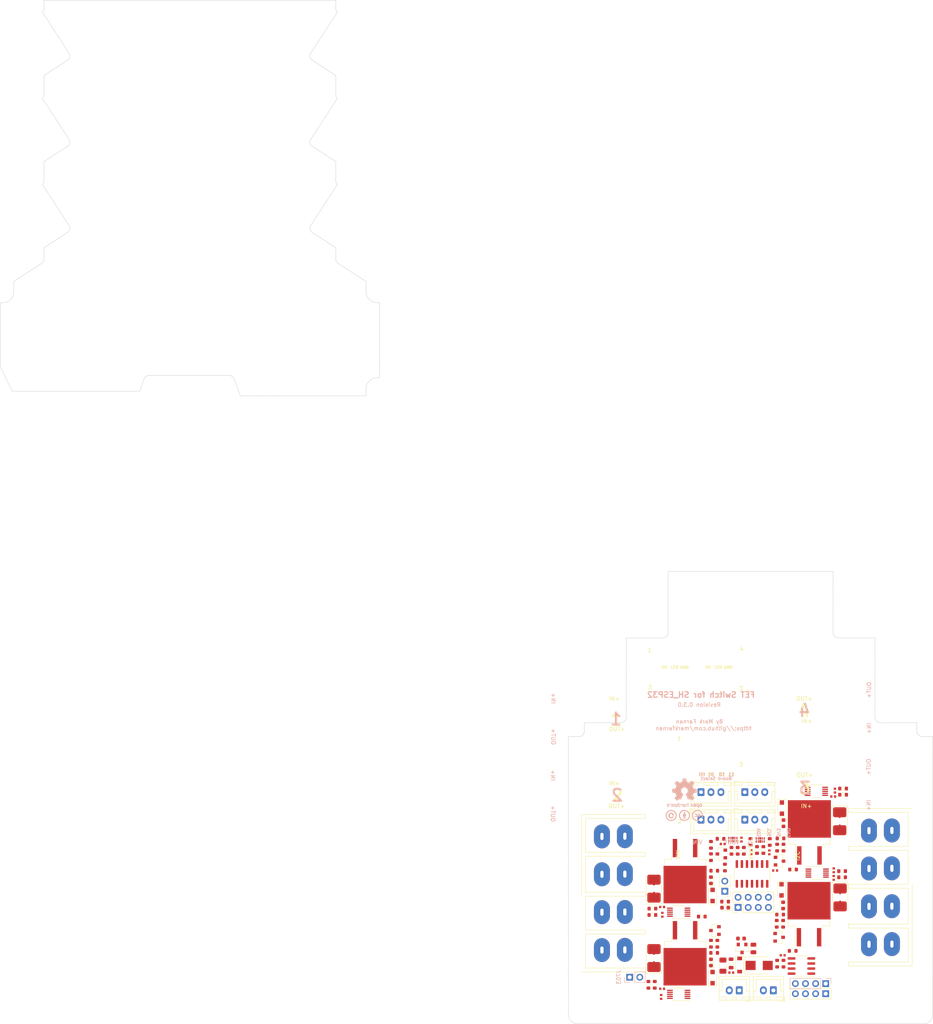
<source format=kicad_pcb>
(kicad_pcb (version 20171130) (host pcbnew "(5.1.8)-1")
  (title_block (title "Sailor Hat for ESP32") (date 2020-11-25) (rev 0.2.0) (company "Hat Laboratories") (comment 1 https://creativecommons.org/licenses/by-sa/4.0) (comment 2 "To view a copy of this license, visit ") (comment 3 "Sailor Hat for ESP32 is licensed under CC BY-SA 4.0."))
  (layers (0 F.Cu signal) (1 In1.Cu power) (2 In2.Cu power) (31 B.Cu signal) (34 B.Paste user hide) (35 F.Paste user hide) (36 B.SilkS user hide) (37 F.SilkS user hide) (38 B.Mask user hide) (39 F.Mask user hide) (44 Edge.Cuts user))
  (net 0 "")
  (net 1 GND)
  (net 2 +3V3)
  (net 3 /SDA_CONN)
  (net 4 /SCL_CONN)
  (net 5 "Net-(D101-Pad2)")
  (net 6 "Net-(D301-Pad2)")
  (net 7 "Net-(Q301-Pad1)")
  (net 8 "Net-(Q302-Pad1)")
  (net 9 /VCC_CONN_3V3)
  (net 10 "Net-(Q301-Pad3)")
  (net 11 "Net-(Q401-Pad3)")
  (net 12 "Net-(Q401-Pad1)")
  (net 13 "Net-(Q402-Pad1)")
  (net 14 "Net-(Q501-Pad3)")
  (net 15 "Net-(Q501-Pad1)")
  (net 16 "Net-(Q502-Pad1)")
  (net 17 "Net-(Q601-Pad3)")
  (net 18 "Net-(Q601-Pad1)")
  (net 19 "Net-(Q602-Pad1)")
  (net 20 /SWITCH_01)
  (net 21 /SWITCH_02)
  (net 22 /SWITCH_03)
  (net 23 /SWITCH_04)
  (net 24 "Net-(C301-Pad2)")
  (net 25 "Net-(C301-Pad1)")
  (net 26 "Net-(C401-Pad2)")
  (net 27 "Net-(C401-Pad1)")
  (net 28 "Net-(C501-Pad2)")
  (net 29 "Net-(C501-Pad1)")
  (net 30 "Net-(C601-Pad2)")
  (net 31 "Net-(C601-Pad1)")
  (net 32 "Net-(D401-Pad2)")
  (net 33 "Net-(D501-Pad2)")
  (net 34 "Net-(D601-Pad2)")
  (net 35 /DRVOUT_02)
  (net 36 /DRVPWR_02)
  (net 37 /DRVOUT_01)
  (net 38 /DRVPWR_01)
  (net 39 /DRVOUT_04)
  (net 40 /DRVPWR_04)
  (net 41 /DRVOUT_03)
  (net 42 /DRVPWR_03)
  (net 43 /FETDRIVE_01)
  (net 44 /FETDRIVE_02)
  (net 45 /FETDRIVE_03)
  (net 46 /FETDRIVE_04)
  (net 47 /SCL)
  (net 48 /SDA)
  (net 49 /FET01/VOUT)
  (net 50 /FET02/VOUT)
  (net 51 /FET03/VOUT)
  (net 52 /FET04/VOUT)
  (net 53 GNDA)
  (net 54 /Power-Input/Vin_protected)
  (net 55 /Power-Input/Vin_fused)
  (net 56 /Power-Input/Vin)
  (net 57 "Net-(F701-Pad1)")
  (net 58 /ASEL)
  (net 59 /UPDI_LED)
  (net 60 /SWIN_1)
  (net 61 /SWIN_2)
  (net 62 /SWIN_3)
  (net 63 /SWIN_4)
  (module Connector_PinHeader_2.54mm:PinHeader_1x02_P2.54mm_Vertical (layer F.Cu) (at 134.225 120.06 180)
    (fp_text reference J105 hide)
    (fp_text value UPDI)
    (pad 2 thru_hole oval (at 0 2.54 180) (size 1.7 1.7) (drill 1) (layers *.Cu *.Mask) (net 1 GND))
    (pad 1 thru_hole rect (at 0 0 180) (size 1.7 1.7) (drill 1) (layers *.Cu *.Mask) (net 59 /UPDI_LED))
  )
  (module Inductor_SMD:L_0805_2012Metric (layer F.Cu) (at 135.8 138.16 90)
    (fp_text reference FB701 hide)
    (fp_text value GZ2012D601TF)
    (pad 2 smd roundrect (at 1.0625 0 90) (size 0.875 1.2) (layers F.Cu F.Paste F.Mask) (net 57 "Net-(F701-Pad1)"))
    (pad 1 smd roundrect (at -1.0625 0 90) (size 0.875 1.2) (layers F.Cu F.Paste F.Mask) (net 55 /Power-Input/Vin_fused))
  )
  (module Fuse:Fuse_1206_3216Metric (layer F.Cu) (at 133.75 138.71 270)
    (fp_text reference F701 hide)
    (fp_text value FSMD012-1206-R)
    (pad 2 smd roundrect (at 1.4 0 270) (size 1.25 1.75) (layers F.Cu F.Paste F.Mask) (roundrect_rratio 0.2) (net 56 /Power-Input/Vin))
    (pad 1 smd roundrect (at -1.4 0 270) (size 1.25 1.75) (layers F.Cu F.Paste F.Mask) (roundrect_rratio 0.2) (net 57 "Net-(F701-Pad1)"))
  )
  (module Diode_SMD:D_SOD-123 (layer F.Cu) (at 137.95 138.56 270)
    (fp_text reference D703 hide)
    (fp_text value B5819W)
    (pad 2 smd rect (at 1.65 0 270) (size 0.9 1.2) (layers F.Cu F.Paste F.Mask) (net 55 /Power-Input/Vin_fused))
    (pad 1 smd rect (at -1.65 0 270) (size 0.9 1.2) (layers F.Cu F.Paste F.Mask) (net 54 /Power-Input/Vin_protected))
  )
  (module Diode_SMD:D_SMB (layer F.Cu) (at 142.85 138.66)
    (fp_text reference D701 hide)
    (fp_text value SMBJ33CA)
    (pad 2 smd rect (at 2.15 0) (size 2.5 2.3) (layers F.Cu F.Paste F.Mask) (net 1 GND))
    (pad 1 smd rect (at -2.15 0) (size 2.5 2.3) (layers F.Cu F.Paste F.Mask) (net 55 /Power-Input/Vin_fused))
  )
  (module yacht_hardware:PinHeader_2x04_P2.54mm_Vertical_ReducedCY_Jumper (layer F.Cu) (at 137.55 124.11 90)
    (fp_text reference J103 hide)
    (fp_text value AddressSelect)
    (pad 1 thru_hole rect (at 0 0 90) (size 1.7 1.7) (drill 1) (layers *.Cu *.Mask) (net 58 /ASEL))
    (pad 2 thru_hole oval (at 2.54 0 90) (size 1.7 1.7) (drill 1) (layers *.Cu *.Mask) (net 1 GND))
    (pad 3 thru_hole oval (at 0 2.54 90) (size 1.7 1.7) (drill 1) (layers *.Cu *.Mask) (net 58 /ASEL))
    (pad 4 thru_hole oval (at 2.54 2.54 90) (size 1.7 1.7) (drill 1) (layers *.Cu *.Mask) (net 2 +3V3))
    (pad 5 thru_hole oval (at 0 5.08 90) (size 1.7 1.7) (drill 1) (layers *.Cu *.Mask) (net 58 /ASEL))
    (pad 6 thru_hole oval (at 2.54 5.08 90) (size 1.7 1.7) (drill 1) (layers *.Cu *.Mask) (net 48 /SDA))
    (pad 7 thru_hole oval (at 0 7.62 90) (size 1.7 1.7) (drill 1) (layers *.Cu *.Mask) (net 58 /ASEL))
    (pad 8 thru_hole oval (at 2.54 7.62 90) (size 1.7 1.7) (drill 1) (layers *.Cu *.Mask) (net 47 /SCL))
  )
  (module Capacitor_SMD:C_0402_1005Metric (layer F.Cu) (at 135.85 140.46 180)
    (fp_text reference C702 hide)
    (fp_text value 10nF/50V)
    (pad 2 smd roundrect (at 0.48 0 180) (size 0.56 0.62) (layers F.Cu F.Paste F.Mask) (net 1 GND))
    (pad 1 smd roundrect (at -0.48 0 180) (size 0.56 0.62) (layers F.Cu F.Paste F.Mask) (net 55 /Power-Input/Vin_fused))
  )
  (module Resistor_SMD:R_0603_1608Metric (layer F.Cu) (at 134.3 122.66 180)
    (fp_text reference R101 hide)
    (fp_text value 2k)
    (pad 2 smd roundrect (at 0.825 0 180) (size 0.8 0.95) (layers F.Cu F.Paste F.Mask) (net 5 "Net-(D101-Pad2)"))
    (pad 1 smd roundrect (at -0.825 0 180) (size 0.8 0.95) (layers F.Cu F.Paste F.Mask) (net 59 /UPDI_LED))
  )
  (module LED_SMD:LED_0603_1608Metric (layer F.Cu) (at 134.3 124.185 180)
    (fp_text reference D101 hide)
    (fp_text value "RED LED")
    (pad 2 smd roundrect (at 0.7875 0 180) (size 0.875 0.95) (layers F.Cu F.Paste F.Mask) (net 5 "Net-(D101-Pad2)"))
    (pad 1 smd roundrect (at -0.7875 0 180) (size 0.875 0.95) (layers F.Cu F.Paste F.Mask) (net 1 GND))
  )
  (module Resistor_SMD:R_0603_1608Metric (layer F.Cu) (at 147.35 138.21 270)
    (fp_text reference R111 hide)
    (fp_text value 10k)
    (pad 2 smd roundrect (at 0.825 0 270) (size 0.8 0.95) (layers F.Cu F.Paste F.Mask) (net 47 /SCL))
    (pad 1 smd roundrect (at -0.825 0 270) (size 0.8 0.95) (layers F.Cu F.Paste F.Mask) (net 2 +3V3))
  )
  (module Capacitor_SMD:C_0402_1005Metric (layer F.Cu) (at 118.25 146.56 270)
    (fp_text reference C401 hide)
    (fp_text value 100nF)
    (pad 2 smd roundrect (at 0.48 0 270) (size 0.56 0.62) (layers F.Cu F.Paste F.Mask) (net 26 "Net-(C401-Pad2)"))
    (pad 1 smd roundrect (at -0.48 0 270) (size 0.56 0.62) (layers F.Cu F.Paste F.Mask) (net 27 "Net-(C401-Pad1)"))
  )
  (module Resistor_SMD:R_0603_1608Metric (layer F.Cu) (at 148.95 138.21 270)
    (fp_text reference R110 hide)
    (fp_text value 10k)
    (pad 2 smd roundrect (at 0.825 0 270) (size 0.8 0.95) (layers F.Cu F.Paste F.Mask) (net 48 /SDA))
    (pad 1 smd roundrect (at -0.825 0 270) (size 0.8 0.95) (layers F.Cu F.Paste F.Mask) (net 2 +3V3))
  )
  (module Package_SO:VSSOP-10_3x3mm_P0.5mm (layer F.Cu) (at 122.65 145.91 180)
    (fp_text reference U401 hide)
    (fp_text value INA226AIDGSR)
    (pad 10 smd roundrect (at 2.2 -1 180) (size 1.45 0.3) (layers F.Cu F.Paste F.Mask) (net 26 "Net-(C401-Pad2)"))
    (pad 9 smd roundrect (at 2.2 -0.5 180) (size 1.45 0.3) (layers F.Cu F.Paste F.Mask) (net 27 "Net-(C401-Pad1)"))
    (pad 8 smd roundrect (at 2.2 0 180) (size 1.45 0.3) (layers F.Cu F.Paste F.Mask) (net 36 /DRVPWR_02))
    (pad 7 smd roundrect (at 2.2 0.5 180) (size 1.45 0.3) (layers F.Cu F.Paste F.Mask) (net 1 GND))
    (pad 6 smd roundrect (at 2.2 1 180) (size 1.45 0.3) (layers F.Cu F.Paste F.Mask) (net 2 +3V3))
    (pad 5 smd roundrect (at -2.2 1 180) (size 1.45 0.3) (layers F.Cu F.Paste F.Mask) (net 47 /SCL))
    (pad 4 smd roundrect (at -2.2 0.5 180) (size 1.45 0.3) (layers F.Cu F.Paste F.Mask) (net 48 /SDA))
    (pad 3 smd roundrect (at -2.2 0 180) (size 1.45 0.3) (layers F.Cu F.Paste F.Mask))
    (pad 2 smd roundrect (at -2.2 -0.5 180) (size 1.45 0.3) (layers F.Cu F.Paste F.Mask) (net 58 /ASEL))
    (pad 1 smd roundrect (at -2.2 -1 180) (size 1.45 0.3) (layers F.Cu F.Paste F.Mask) (net 2 +3V3))
  )
  (module Capacitor_SMD:C_0402_1005Metric (layer F.Cu) (at 118.55 125.96 270)
    (fp_text reference C301 hide)
    (fp_text value 100nF)
    (pad 2 smd roundrect (at 0.48 0 270) (size 0.56 0.62) (layers F.Cu F.Paste F.Mask) (net 24 "Net-(C301-Pad2)"))
    (pad 1 smd roundrect (at -0.48 0 270) (size 0.56 0.62) (layers F.Cu F.Paste F.Mask) (net 25 "Net-(C301-Pad1)"))
  )
  (module Connector_JST:JST_XH_B2B-XH-A_1x02_P2.50mm_Vertical (layer F.Cu) (at 137.85 144.91 180)
    (fp_text reference J701 hide)
    (fp_text value VIN)
    (pad 2 thru_hole oval (at 2.5 0 180) (size 1.7 2) (drill 1) (layers *.Cu *.Mask) (net 1 GND))
    (pad 1 thru_hole roundrect (at 0 0 180) (size 1.7 2) (drill 1) (layers *.Cu *.Mask) (roundrect_rratio 0.147059) (net 56 /Power-Input/Vin))
  )
  (module Connector_JST:JST_XH_B2B-XH-A_1x02_P2.50mm_Vertical (layer F.Cu) (at 146.4 144.91 180)
    (fp_text reference J702 hide)
    (fp_text value VOUT)
    (pad 2 thru_hole oval (at 2.5 0 180) (size 1.7 2) (drill 1) (layers *.Cu *.Mask) (net 1 GND))
    (pad 1 thru_hole roundrect (at 0 0 180) (size 1.7 2) (drill 1) (layers *.Cu *.Mask) (roundrect_rratio 0.147059) (net 56 /Power-Input/Vin))
  )
  (module yacht_hardware:Connector_9.5mm_ScrewTerminal_4 (layer F.Cu) (at 173.25 128.81 90)
    (fp_text reference J102 hide)
    (fp_text value DBT50G-9.5-2P)
    (pad 1 thru_hole oval (at -4.5 2.9 90) (size 6 4) (drill oval 1.8 0.8) (layers *.Cu *.Mask) (net 42 /DRVPWR_03))
    (pad 2 thru_hole oval (at 5 2.9 90) (size 6 4) (drill oval 1.8 0.8) (layers *.Cu *.Mask) (net 41 /DRVOUT_03))
    (pad 3 thru_hole oval (at 14.5 2.9 90) (size 6 4) (drill oval 1.8 0.8) (layers *.Cu *.Mask) (net 40 /DRVPWR_04))
    (pad 4 thru_hole oval (at 24 2.9 90) (size 6 4) (drill oval 1.8 0.8) (layers *.Cu *.Mask) (net 39 /DRVOUT_04))
    (pad 1 thru_hole oval (at -4.55 -2.85 90) (size 6 4) (drill oval 1.8 0.8) (layers *.Cu *.Mask) (net 42 /DRVPWR_03))
    (pad 2 thru_hole oval (at 4.95 -2.85 90) (size 6 4) (drill oval 1.8 0.8) (layers *.Cu *.Mask) (net 41 /DRVOUT_03))
    (pad 3 thru_hole oval (at 14.45 -2.85 90) (size 6 4) (drill oval 1.8 0.8) (layers *.Cu *.Mask) (net 40 /DRVPWR_04))
    (pad 4 thru_hole oval (at 23.95 -2.85 90) (size 6 4) (drill oval 1.8 0.8) (layers *.Cu *.Mask) (net 39 /DRVOUT_04))
  )
  (module Package_TO_SOT_SMD:SOT-23 (layer F.Cu) (at 138.55 134.41 270)
    (fp_text reference U702 hide)
    (fp_text value H7533-H#)
    (pad 3 smd rect (at 1 0 270) (size 0.9 0.8) (layers F.Cu F.Paste F.Mask) (net 54 /Power-Input/Vin_protected))
    (pad 2 smd rect (at -1 0.95 270) (size 0.9 0.8) (layers F.Cu F.Paste F.Mask) (net 2 +3V3))
    (pad 1 smd rect (at -1 -0.95 270) (size 0.9 0.8) (layers F.Cu F.Paste F.Mask) (net 1 GND))
  )
  (module Connector_PinSocket_2.54mm:PinSocket_1x02_P2.54mm_Vertical (layer B.Cu) (at 110.35 141.61 270)
    (fp_text reference J703 (at 0 2.77 90) (layer B.SilkS) (effects (justify mirror)))
    (fp_text value VOUT)
    (pad 2 thru_hole oval (at 0 -2.54 270) (size 1.7 1.7) (drill 1) (layers *.Cu *.Mask) (net 54 /Power-Input/Vin_protected))
    (pad 1 thru_hole rect (at 0 0 270) (size 1.7 1.7) (drill 1) (layers *.Cu *.Mask) (net 1 GND))
  )
  (module Capacitor_SMD:C_0603_1608Metric (layer F.Cu) (at 138.3 131.91)
    (fp_text reference C703 hide)
    (fp_text value 2.2uF/16V)
    (pad 2 smd roundrect (at 0.775 0) (size 0.9 0.95) (layers F.Cu F.Paste F.Mask) (net 1 GND))
    (pad 1 smd roundrect (at -0.775 0) (size 0.9 0.95) (layers F.Cu F.Paste F.Mask) (net 2 +3V3))
  )
  (module Capacitor_SMD:C_0805_2012Metric (layer F.Cu) (at 141.4 134.41 90)
    (fp_text reference C701 hide)
    (fp_text value 2.2uF/50V)
    (pad 2 smd roundrect (at 0.95 0 90) (size 1 1.45) (layers F.Cu F.Paste F.Mask) (net 1 GND))
    (pad 1 smd roundrect (at -0.95 0 90) (size 1 1.45) (layers F.Cu F.Paste F.Mask) (net 54 /Power-Input/Vin_protected))
  )
  (module Resistor_SMD:R_0603_1608Metric (layer F.Cu) (at 116.65 143.51 270)
    (fp_text reference R406 hide)
    (fp_text value 10R)
    (pad 2 smd roundrect (at 0.825 0 270) (size 0.8 0.95) (layers F.Cu F.Paste F.Mask) (net 27 "Net-(C401-Pad1)"))
    (pad 1 smd roundrect (at -0.825 0 270) (size 0.8 0.95) (layers F.Cu F.Paste F.Mask) (net 50 /FET02/VOUT))
  )
  (module Resistor_SMD:R_0603_1608Metric (layer F.Cu) (at 116.05 126.01 180)
    (fp_text reference R307 hide)
    (fp_text value 10R)
    (pad 2 smd roundrect (at 0.825 0 180) (size 0.8 0.95) (layers F.Cu F.Paste F.Mask) (net 37 /DRVOUT_01))
    (pad 1 smd roundrect (at -0.825 0 180) (size 0.8 0.95) (layers F.Cu F.Paste F.Mask) (net 24 "Net-(C301-Pad2)"))
  )
  (module Package_SO:SOIC-14_3.9x8.7mm_P1.27mm (layer F.Cu) (at 141.05 115.71 270)
    (fp_text reference U101 hide)
    (fp_text value ATtiny1614-SSNR)
    (pad 14 smd roundrect (at 2.475 -3.81 270) (size 1.95 0.6) (layers F.Cu F.Paste F.Mask) (net 1 GND))
    (pad 13 smd roundrect (at 2.475 -2.54 270) (size 1.95 0.6) (layers F.Cu F.Paste F.Mask) (net 58 /ASEL))
    (pad 12 smd roundrect (at 2.475 -1.27 270) (size 1.95 0.6) (layers F.Cu F.Paste F.Mask) (net 45 /FETDRIVE_03))
    (pad 11 smd roundrect (at 2.475 0 270) (size 1.95 0.6) (layers F.Cu F.Paste F.Mask) (net 44 /FETDRIVE_02))
    (pad 10 smd roundrect (at 2.475 1.27 270) (size 1.95 0.6) (layers F.Cu F.Paste F.Mask) (net 59 /UPDI_LED))
    (pad 9 smd roundrect (at 2.475 2.54 270) (size 1.95 0.6) (layers F.Cu F.Paste F.Mask) (net 47 /SCL))
    (pad 8 smd roundrect (at 2.475 3.81 270) (size 1.95 0.6) (layers F.Cu F.Paste F.Mask) (net 48 /SDA))
    (pad 7 smd roundrect (at -2.475 3.81 270) (size 1.95 0.6) (layers F.Cu F.Paste F.Mask) (net 43 /FETDRIVE_01))
    (pad 6 smd roundrect (at -2.475 2.54 270) (size 1.95 0.6) (layers F.Cu F.Paste F.Mask) (net 20 /SWITCH_01))
    (pad 5 smd roundrect (at -2.475 1.27 270) (size 1.95 0.6) (layers F.Cu F.Paste F.Mask) (net 21 /SWITCH_02))
    (pad 4 smd roundrect (at -2.475 0 270) (size 1.95 0.6) (layers F.Cu F.Paste F.Mask) (net 22 /SWITCH_03))
    (pad 3 smd roundrect (at -2.475 -1.27 270) (size 1.95 0.6) (layers F.Cu F.Paste F.Mask) (net 23 /SWITCH_04))
    (pad 2 smd roundrect (at -2.475 -2.54 270) (size 1.95 0.6) (layers F.Cu F.Paste F.Mask) (net 46 /FETDRIVE_04))
    (pad 1 smd roundrect (at -2.475 -3.81 270) (size 1.95 0.6) (layers F.Cu F.Paste F.Mask) (net 2 +3V3))
  )
  (module Resistor_SMD:R_0603_1608Metric (layer F.Cu) (at 151.35 114.61 180)
    (fp_text reference R604 hide)
    (fp_text value 1k)
    (pad 2 smd roundrect (at 0.825 0 180) (size 0.8 0.95) (layers F.Cu F.Paste F.Mask) (net 17 "Net-(Q601-Pad3)"))
    (pad 1 smd roundrect (at -0.825 0 180) (size 0.8 0.95) (layers F.Cu F.Paste F.Mask) (net 19 "Net-(Q602-Pad1)"))
  )
  (module Resistor_SMD:R_0603_1608Metric (layer F.Cu) (at 163.9 95.86 180)
    (fp_text reference R606 hide)
    (fp_text value 10R)
    (pad 1 smd roundrect (at -0.825 0 180) (size 0.8 0.95) (layers F.Cu F.Paste F.Mask) (net 52 /FET04/VOUT))
    (pad 2 smd roundrect (at 0.825 0 180) (size 0.8 0.95) (layers F.Cu F.Paste F.Mask) (net 31 "Net-(C601-Pad1)"))
  )
  (module Resistor_SMD:R_0603_1608Metric (layer F.Cu) (at 163.65 116.56 180)
    (fp_text reference R506 hide)
    (fp_text value 10R)
    (pad 1 smd roundrect (at -0.825 0 180) (size 0.8 0.95) (layers F.Cu F.Paste F.Mask) (net 51 /FET03/VOUT))
    (pad 2 smd roundrect (at 0.825 0 180) (size 0.8 0.95) (layers F.Cu F.Paste F.Mask) (net 29 "Net-(C501-Pad1)"))
  )
  (module Capacitor_SMD:C_0402_1005Metric (layer F.Cu) (at 161.55 114.81 90)
    (fp_text reference C501 hide)
    (fp_text value 100nF)
    (pad 1 smd roundrect (at -0.48 0 90) (size 0.56 0.62) (layers F.Cu F.Paste F.Mask) (net 29 "Net-(C501-Pad1)"))
    (pad 2 smd roundrect (at 0.48 0 90) (size 0.56 0.62) (layers F.Cu F.Paste F.Mask) (net 28 "Net-(C501-Pad2)"))
  )
  (module Package_DFN_QFN:Diodes_UDFN-10_1.0x2.5mm_P0.5mm (layer F.Cu) (at 136.25 107.11 90)
    (fp_text reference U701 hide)
    (fp_text value RCLAMP0524P-N)
    (pad 2 smd rect (at -0.3875 -0.5) (size 0.25 0.625) (layers F.Cu F.Paste F.Mask) (net 37 /DRVOUT_01))
    (pad 3 smd rect (at -0.35 0) (size 0.45 0.7) (layers F.Cu F.Paste F.Mask) (net 1 GND))
    (pad 1 smd rect (at -0.3875 -1) (size 0.25 0.625) (layers F.Cu F.Paste F.Mask) (net 60 /SWIN_1))
    (pad 4 smd rect (at -0.3875 0.5) (size 0.25 0.625) (layers F.Cu F.Paste F.Mask) (net 61 /SWIN_2))
    (pad 10 smd rect (at 0.3875 -1) (size 0.25 0.625) (layers F.Cu F.Paste F.Mask) (net 60 /SWIN_1))
    (pad 9 smd rect (at 0.3875 -0.5) (size 0.25 0.625) (layers F.Cu F.Paste F.Mask) (net 37 /DRVOUT_01))
    (pad 5 smd rect (at -0.3875 1) (size 0.25 0.625) (layers F.Cu F.Paste F.Mask) (net 35 /DRVOUT_02))
    (pad 8 smd rect (at 0.4125 0) (size 0.45 0.575) (layers F.Cu F.Paste F.Mask) (net 1 GND))
    (pad 6 smd rect (at 0.3875 1) (size 0.25 0.625) (layers F.Cu F.Paste F.Mask) (net 35 /DRVOUT_02))
    (pad 7 smd rect (at 0.3875 0.5) (size 0.25 0.625) (layers F.Cu F.Paste F.Mask) (net 61 /SWIN_2))
  )
  (module Package_SO:SOIC-8_3.9x4.9mm_P1.27mm (layer F.Cu) (at 153.45 138.81 180)
    (fp_text reference U102 hide)
    (fp_text value ISO1540)
    (pad 1 smd roundrect (at -2.475 -1.905 180) (size 1.95 0.6) (layers F.Cu F.Paste F.Mask) (net 9 /VCC_CONN_3V3))
    (pad 2 smd roundrect (at -2.475 -0.635 180) (size 1.95 0.6) (layers F.Cu F.Paste F.Mask) (net 3 /SDA_CONN))
    (pad 3 smd roundrect (at -2.475 0.635 180) (size 1.95 0.6) (layers F.Cu F.Paste F.Mask) (net 4 /SCL_CONN))
    (pad 4 smd roundrect (at -2.475 1.905 180) (size 1.95 0.6) (layers F.Cu F.Paste F.Mask) (net 53 GNDA))
    (pad 5 smd roundrect (at 2.475 1.905 180) (size 1.95 0.6) (layers F.Cu F.Paste F.Mask) (net 1 GND))
    (pad 6 smd roundrect (at 2.475 0.635 180) (size 1.95 0.6) (layers F.Cu F.Paste F.Mask) (net 47 /SCL))
    (pad 7 smd roundrect (at 2.475 -0.635 180) (size 1.95 0.6) (layers F.Cu F.Paste F.Mask) (net 48 /SDA))
    (pad 8 smd roundrect (at 2.475 -1.905 180) (size 1.95 0.6) (layers F.Cu F.Paste F.Mask) (net 2 +3V3))
  )
  (module Package_SO:VSSOP-10_3x3mm_P0.5mm (layer F.Cu) (at 157.2 95.01)
    (fp_text reference U601 hide)
    (fp_text value INA226AIDGSR)
    (pad 1 smd roundrect (at -2.2 -1) (size 1.45 0.3) (layers F.Cu F.Paste F.Mask) (net 47 /SCL))
    (pad 2 smd roundrect (at -2.2 -0.5) (size 1.45 0.3) (layers F.Cu F.Paste F.Mask) (net 58 /ASEL))
    (pad 3 smd roundrect (at -2.2 0) (size 1.45 0.3) (layers F.Cu F.Paste F.Mask))
    (pad 4 smd roundrect (at -2.2 0.5) (size 1.45 0.3) (layers F.Cu F.Paste F.Mask) (net 48 /SDA))
    (pad 5 smd roundrect (at -2.2 1) (size 1.45 0.3) (layers F.Cu F.Paste F.Mask) (net 47 /SCL))
    (pad 6 smd roundrect (at 2.2 1) (size 1.45 0.3) (layers F.Cu F.Paste F.Mask) (net 2 +3V3))
    (pad 7 smd roundrect (at 2.2 0.5) (size 1.45 0.3) (layers F.Cu F.Paste F.Mask) (net 1 GND))
    (pad 8 smd roundrect (at 2.2 0) (size 1.45 0.3) (layers F.Cu F.Paste F.Mask) (net 40 /DRVPWR_04))
    (pad 9 smd roundrect (at 2.2 -0.5) (size 1.45 0.3) (layers F.Cu F.Paste F.Mask) (net 31 "Net-(C601-Pad1)"))
    (pad 10 smd roundrect (at 2.2 -1) (size 1.45 0.3) (layers F.Cu F.Paste F.Mask) (net 30 "Net-(C601-Pad2)"))
  )
  (module Capacitor_SMD:C_0402_1005Metric (layer F.Cu) (at 161.85 94.83 90)
    (fp_text reference C601 hide)
    (fp_text value 100nF)
    (pad 1 smd roundrect (at -0.48 0 90) (size 0.56 0.62) (layers F.Cu F.Paste F.Mask) (net 31 "Net-(C601-Pad1)"))
    (pad 2 smd roundrect (at 0.48 0 90) (size 0.56 0.62) (layers F.Cu F.Paste F.Mask) (net 30 "Net-(C601-Pad2)"))
  )
  (module Resistor_SMD:R_0603_1608Metric (layer F.Cu) (at 163.65 115.01)
    (fp_text reference R507 hide)
    (fp_text value 10R)
    (pad 1 smd roundrect (at -0.825 0) (size 0.8 0.95) (layers F.Cu F.Paste F.Mask) (net 28 "Net-(C501-Pad2)"))
    (pad 2 smd roundrect (at 0.825 0) (size 0.8 0.95) (layers F.Cu F.Paste F.Mask) (net 41 /DRVOUT_03))
  )
  (module Package_SO:VSSOP-10_3x3mm_P0.5mm (layer F.Cu) (at 157.4 115.51)
    (fp_text reference U501 hide)
    (fp_text value INA226AIDGSR)
    (pad 1 smd roundrect (at -2.2 -1) (size 1.45 0.3) (layers F.Cu F.Paste F.Mask) (net 48 /SDA))
    (pad 2 smd roundrect (at -2.2 -0.5) (size 1.45 0.3) (layers F.Cu F.Paste F.Mask) (net 58 /ASEL))
    (pad 3 smd roundrect (at -2.2 0) (size 1.45 0.3) (layers F.Cu F.Paste F.Mask))
    (pad 4 smd roundrect (at -2.2 0.5) (size 1.45 0.3) (layers F.Cu F.Paste F.Mask) (net 48 /SDA))
    (pad 5 smd roundrect (at -2.2 1) (size 1.45 0.3) (layers F.Cu F.Paste F.Mask) (net 47 /SCL))
    (pad 6 smd roundrect (at 2.2 1) (size 1.45 0.3) (layers F.Cu F.Paste F.Mask) (net 2 +3V3))
    (pad 7 smd roundrect (at 2.2 0.5) (size 1.45 0.3) (layers F.Cu F.Paste F.Mask) (net 1 GND))
    (pad 8 smd roundrect (at 2.2 0) (size 1.45 0.3) (layers F.Cu F.Paste F.Mask) (net 42 /DRVPWR_03))
    (pad 9 smd roundrect (at 2.2 -0.5) (size 1.45 0.3) (layers F.Cu F.Paste F.Mask) (net 29 "Net-(C501-Pad1)"))
    (pad 10 smd roundrect (at 2.2 -1) (size 1.45 0.3) (layers F.Cu F.Paste F.Mask) (net 28 "Net-(C501-Pad2)"))
  )
  (module Package_SO:VSSOP-10_3x3mm_P0.5mm (layer F.Cu) (at 122.65 125.31 180)
    (fp_text reference U301 hide)
    (fp_text value INA226AIDGSR)
    (pad 10 smd roundrect (at 2.2 -1 180) (size 1.45 0.3) (layers F.Cu F.Paste F.Mask) (net 24 "Net-(C301-Pad2)"))
    (pad 9 smd roundrect (at 2.2 -0.5 180) (size 1.45 0.3) (layers F.Cu F.Paste F.Mask) (net 25 "Net-(C301-Pad1)"))
    (pad 8 smd roundrect (at 2.2 0 180) (size 1.45 0.3) (layers F.Cu F.Paste F.Mask) (net 38 /DRVPWR_01))
    (pad 7 smd roundrect (at 2.2 0.5 180) (size 1.45 0.3) (layers F.Cu F.Paste F.Mask) (net 1 GND))
    (pad 6 smd roundrect (at 2.2 1 180) (size 1.45 0.3) (layers F.Cu F.Paste F.Mask) (net 2 +3V3))
    (pad 5 smd roundrect (at -2.2 1 180) (size 1.45 0.3) (layers F.Cu F.Paste F.Mask) (net 47 /SCL))
    (pad 4 smd roundrect (at -2.2 0.5 180) (size 1.45 0.3) (layers F.Cu F.Paste F.Mask) (net 48 /SDA))
    (pad 3 smd roundrect (at -2.2 0 180) (size 1.45 0.3) (layers F.Cu F.Paste F.Mask))
    (pad 2 smd roundrect (at -2.2 -0.5 180) (size 1.45 0.3) (layers F.Cu F.Paste F.Mask) (net 58 /ASEL))
    (pad 1 smd roundrect (at -2.2 -1 180) (size 1.45 0.3) (layers F.Cu F.Paste F.Mask) (net 1 GND))
  )
  (module Resistor_SMD:R_0603_1608Metric (layer F.Cu) (at 115.05 143.51 90)
    (fp_text reference R407 hide)
    (fp_text value 10R)
    (pad 2 smd roundrect (at 0.825 0 90) (size 0.8 0.95) (layers F.Cu F.Paste F.Mask) (net 35 /DRVOUT_02))
    (pad 1 smd roundrect (at -0.825 0 90) (size 0.8 0.95) (layers F.Cu F.Paste F.Mask) (net 26 "Net-(C401-Pad2)"))
  )
  (module yacht_hardware:D_2512_Shunt (layer F.Cu) (at 163.05 102.51 270)
    (fp_text reference R605 hide)
    (fp_text value 0.002ohm/3W)
    (pad 3 smd roundrect (at 1 0 270) (size 0.4 0.4) (layers F.Cu F.Paste F.Mask) (roundrect_rratio 0.185) (net 39 /DRVOUT_04))
    (pad 2 smd roundrect (at -1 0 270) (size 0.4 0.4) (layers F.Cu F.Paste F.Mask) (roundrect_rratio 0.185) (net 52 /FET04/VOUT))
    (pad 4 smd roundrect (at 2.25 0 270) (size 2.5 3.35) (layers F.Cu F.Paste F.Mask) (roundrect_rratio 0.185) (net 39 /DRVOUT_04))
    (pad 1 smd roundrect (at -2.25 0 270) (size 2.5 3.35) (layers F.Cu F.Paste F.Mask) (roundrect_rratio 0.185) (net 52 /FET04/VOUT))
  )
  (module Resistor_SMD:R_0603_1608Metric (layer F.Cu) (at 116.05 124.41)
    (fp_text reference R306 hide)
    (fp_text value 10R)
    (pad 2 smd roundrect (at 0.825 0) (size 0.8 0.95) (layers F.Cu F.Paste F.Mask) (net 25 "Net-(C301-Pad1)"))
    (pad 1 smd roundrect (at -0.825 0) (size 0.8 0.95) (layers F.Cu F.Paste F.Mask) (net 49 /FET01/VOUT))
  )
  (module Resistor_SMD:R_0603_1608Metric (layer F.Cu) (at 132.35 133.21 270)
    (fp_text reference R402 hide)
    (fp_text value 220R)
    (pad 2 smd roundrect (at 0.825 0 270) (size 0.8 0.95) (layers F.Cu F.Paste F.Mask) (net 44 /FETDRIVE_02))
    (pad 1 smd roundrect (at -0.825 0 270) (size 0.8 0.95) (layers F.Cu F.Paste F.Mask) (net 12 "Net-(Q401-Pad1)"))
  )
  (module yacht_hardware:D_2512_Shunt (layer F.Cu) (at 116.45 119.41 90)
    (fp_text reference R305 hide)
    (fp_text value 0.002ohm/3W)
    (pad 3 smd roundrect (at 1 0 90) (size 0.4 0.4) (layers F.Cu F.Paste F.Mask) (roundrect_rratio 0.185) (net 37 /DRVOUT_01))
    (pad 2 smd roundrect (at -1 0 90) (size 0.4 0.4) (layers F.Cu F.Paste F.Mask) (roundrect_rratio 0.185) (net 49 /FET01/VOUT))
    (pad 4 smd roundrect (at 2.25 0 90) (size 2.5 3.35) (layers F.Cu F.Paste F.Mask) (roundrect_rratio 0.185) (net 37 /DRVOUT_01))
    (pad 1 smd roundrect (at -2.25 0 90) (size 2.5 3.35) (layers F.Cu F.Paste F.Mask) (roundrect_rratio 0.185) (net 49 /FET01/VOUT))
  )
  (module Resistor_SMD:R_0603_1608Metric (layer F.Cu) (at 148.2 106.81)
    (fp_text reference R601 hide)
    (fp_text value 2k)
    (pad 2 smd roundrect (at 0.825 0) (size 0.8 0.95) (layers F.Cu F.Paste F.Mask) (net 34 "Net-(D601-Pad2)"))
    (pad 1 smd roundrect (at -0.825 0) (size 0.8 0.95) (layers F.Cu F.Paste F.Mask) (net 46 /FETDRIVE_04))
  )
  (module yacht_hardware:D_2512_Shunt (layer F.Cu) (at 116.45 136.81 90)
    (fp_text reference R405 hide)
    (fp_text value 0.002ohm/3W)
    (pad 3 smd roundrect (at 1 0 90) (size 0.4 0.4) (layers F.Cu F.Paste F.Mask) (roundrect_rratio 0.185) (net 35 /DRVOUT_02))
    (pad 2 smd roundrect (at -1 0 90) (size 0.4 0.4) (layers F.Cu F.Paste F.Mask) (roundrect_rratio 0.185) (net 50 /FET02/VOUT))
    (pad 4 smd roundrect (at 2.25 0 90) (size 2.5 3.35) (layers F.Cu F.Paste F.Mask) (roundrect_rratio 0.185) (net 35 /DRVOUT_02))
    (pad 1 smd roundrect (at -2.25 0 90) (size 2.5 3.35) (layers F.Cu F.Paste F.Mask) (roundrect_rratio 0.185) (net 50 /FET02/VOUT))
  )
  (module Resistor_SMD:R_0603_1608Metric (layer F.Cu) (at 131.55 135.51 180)
    (fp_text reference R401 hide)
    (fp_text value 2k)
    (pad 2 smd roundrect (at 0.825 0 180) (size 0.8 0.95) (layers F.Cu F.Paste F.Mask) (net 32 "Net-(D401-Pad2)"))
    (pad 1 smd roundrect (at -0.825 0 180) (size 0.8 0.95) (layers F.Cu F.Paste F.Mask) (net 44 /FETDRIVE_02))
  )
  (module Resistor_SMD:R_0603_1608Metric (layer F.Cu) (at 134.25 114.11 270)
    (fp_text reference R302 hide)
    (fp_text value 220R)
    (pad 2 smd roundrect (at 0.825 0 270) (size 0.8 0.95) (layers F.Cu F.Paste F.Mask) (net 43 /FETDRIVE_01))
    (pad 1 smd roundrect (at -0.825 0 270) (size 0.8 0.95) (layers F.Cu F.Paste F.Mask) (net 7 "Net-(Q301-Pad1)"))
  )
  (module Resistor_SMD:R_0603_1608Metric (layer F.Cu) (at 128.45 126.41)
    (fp_text reference R404 hide)
    (fp_text value 1k)
    (pad 2 smd roundrect (at 0.825 0) (size 0.8 0.95) (layers F.Cu F.Paste F.Mask) (net 11 "Net-(Q401-Pad3)"))
    (pad 1 smd roundrect (at -0.825 0) (size 0.8 0.95) (layers F.Cu F.Paste F.Mask) (net 13 "Net-(Q402-Pad1)"))
  )
  (module Resistor_SMD:R_0603_1608Metric (layer F.Cu) (at 130.75 108.41 270)
    (fp_text reference R304 hide)
    (fp_text value 1k)
    (pad 2 smd roundrect (at 0.825 0 270) (size 0.8 0.95) (layers F.Cu F.Paste F.Mask) (net 10 "Net-(Q301-Pad3)"))
    (pad 1 smd roundrect (at -0.825 0 270) (size 0.8 0.95) (layers F.Cu F.Paste F.Mask) (net 8 "Net-(Q302-Pad1)"))
  )
  (module Resistor_SMD:R_0603_1608Metric (layer F.Cu) (at 130.75 111.51 90)
    (fp_text reference R303 hide)
    (fp_text value 10k)
    (pad 2 smd roundrect (at 0.825 0 90) (size 0.8 0.95) (layers F.Cu F.Paste F.Mask) (net 10 "Net-(Q301-Pad3)"))
    (pad 1 smd roundrect (at -0.825 0 90) (size 0.8 0.95) (layers F.Cu F.Paste F.Mask) (net 38 /DRVPWR_01))
  )
  (module Resistor_SMD:R_0603_1608Metric (layer F.Cu) (at 131.575 114.91 180)
    (fp_text reference R301 hide)
    (fp_text value 2k)
    (pad 2 smd roundrect (at 0.825 0 180) (size 0.8 0.95) (layers F.Cu F.Paste F.Mask) (net 6 "Net-(D301-Pad2)"))
    (pad 1 smd roundrect (at -0.825 0 180) (size 0.8 0.95) (layers F.Cu F.Paste F.Mask) (net 43 /FETDRIVE_01))
  )
  (module Resistor_SMD:R_0603_1608Metric (layer F.Cu) (at 147.25 128.21 90)
    (fp_text reference R502 hide)
    (fp_text value 220R)
    (pad 2 smd roundrect (at 0.825 0 90) (size 0.8 0.95) (layers F.Cu F.Paste F.Mask) (net 45 /FETDRIVE_03))
    (pad 1 smd roundrect (at -0.825 0 90) (size 0.8 0.95) (layers F.Cu F.Paste F.Mask) (net 15 "Net-(Q501-Pad1)"))
  )
  (module yacht_hardware:D_2512_Shunt (layer F.Cu) (at 163.15 121.61 270)
    (fp_text reference R505 hide)
    (fp_text value 0.002ohm/3W)
    (pad 3 smd roundrect (at 1 0 270) (size 0.4 0.4) (layers F.Cu F.Paste F.Mask) (roundrect_rratio 0.185) (net 41 /DRVOUT_03))
    (pad 2 smd roundrect (at -1 0 270) (size 0.4 0.4) (layers F.Cu F.Paste F.Mask) (roundrect_rratio 0.185) (net 51 /FET03/VOUT))
    (pad 4 smd roundrect (at 2.25 0 270) (size 2.5 3.35) (layers F.Cu F.Paste F.Mask) (roundrect_rratio 0.185) (net 41 /DRVOUT_03))
    (pad 1 smd roundrect (at -2.25 0 270) (size 2.5 3.35) (layers F.Cu F.Paste F.Mask) (roundrect_rratio 0.185) (net 51 /FET03/VOUT))
  )
  (module Resistor_SMD:R_0603_1608Metric (layer F.Cu) (at 148.85 128.21 270)
    (fp_text reference R503 hide)
    (fp_text value 10k)
    (pad 2 smd roundrect (at 0.825 0 270) (size 0.8 0.95) (layers F.Cu F.Paste F.Mask) (net 14 "Net-(Q501-Pad3)"))
    (pad 1 smd roundrect (at -0.825 0 270) (size 0.8 0.95) (layers F.Cu F.Paste F.Mask) (net 42 /DRVPWR_03))
  )
  (module Resistor_SMD:R_0603_1608Metric (layer F.Cu) (at 148.1 125.91)
    (fp_text reference R501 hide)
    (fp_text value 2k)
    (pad 2 smd roundrect (at 0.825 0) (size 0.8 0.95) (layers F.Cu F.Paste F.Mask) (net 33 "Net-(D501-Pad2)"))
    (pad 1 smd roundrect (at -0.825 0) (size 0.8 0.95) (layers F.Cu F.Paste F.Mask) (net 45 /FETDRIVE_03))
  )
  (module Resistor_SMD:R_0603_1608Metric (layer F.Cu) (at 147.35 109.11 90)
    (fp_text reference R602 hide)
    (fp_text value 220R)
    (pad 2 smd roundrect (at 0.825 0 90) (size 0.8 0.95) (layers F.Cu F.Paste F.Mask) (net 46 /FETDRIVE_04))
    (pad 1 smd roundrect (at -0.825 0 90) (size 0.8 0.95) (layers F.Cu F.Paste F.Mask) (net 18 "Net-(Q601-Pad1)"))
  )
  (module Resistor_SMD:R_0603_1608Metric (layer F.Cu) (at 130.75 133.21 90)
    (fp_text reference R403 hide)
    (fp_text value 10k)
    (pad 2 smd roundrect (at 0.825 0 90) (size 0.8 0.95) (layers F.Cu F.Paste F.Mask) (net 11 "Net-(Q401-Pad3)"))
    (pad 1 smd roundrect (at -0.825 0 90) (size 0.8 0.95) (layers F.Cu F.Paste F.Mask) (net 36 /DRVPWR_02))
  )
  (module Resistor_SMD:R_0603_1608Metric (layer F.Cu) (at 148.95 109.11 270)
    (fp_text reference R603 hide)
    (fp_text value 10k)
    (pad 2 smd roundrect (at 0.825 0 270) (size 0.8 0.95) (layers F.Cu F.Paste F.Mask) (net 17 "Net-(Q601-Pad3)"))
    (pad 1 smd roundrect (at -0.825 0 270) (size 0.8 0.95) (layers F.Cu F.Paste F.Mask) (net 40 /DRVPWR_04))
  )
  (module Resistor_SMD:R_0603_1608Metric (layer F.Cu) (at 151.25 135.01 180)
    (fp_text reference R504 hide)
    (fp_text value 1k)
    (pad 2 smd roundrect (at 0.825 0 180) (size 0.8 0.95) (layers F.Cu F.Paste F.Mask) (net 14 "Net-(Q501-Pad3)"))
    (pad 1 smd roundrect (at -0.825 0 180) (size 0.8 0.95) (layers F.Cu F.Paste F.Mask) (net 16 "Net-(Q502-Pad1)"))
  )
  (module LED_SMD:LED_0603_1608Metric (layer F.Cu) (at 130.75 137.91 90)
    (fp_text reference D401 hide)
    (fp_text value "BLUE LED")
    (pad 2 smd roundrect (at 0.7875 0 90) (size 0.875 0.95) (layers F.Cu F.Paste F.Mask) (net 32 "Net-(D401-Pad2)"))
    (pad 1 smd roundrect (at -0.7875 0 90) (size 0.875 0.95) (layers F.Cu F.Paste F.Mask) (net 1 GND))
  )
  (module Package_TO_SOT_SMD:TO-263-2 (layer F.Cu) (at 155.35 125.81 90)
    (fp_text reference Q502 hide)
    (fp_text value IRF5210STRLPBF)
    (pad 2 smd rect (at 3.375 0 90) (size 9.4 10.8) (layers F.Cu F.Mask) (net 51 /FET03/VOUT))
    (pad 3 smd rect (at -5.775 2.54 90) (size 4.6 1.1) (layers F.Cu F.Paste F.Mask) (net 42 /DRVPWR_03))
    (pad 1 smd rect (at -5.775 -2.54 90) (size 4.6 1.1) (layers F.Cu F.Paste F.Mask) (net 16 "Net-(Q502-Pad1)"))
  )
  (module LED_SMD:LED_0603_1608Metric (layer F.Cu) (at 148.85 123.61 270)
    (fp_text reference D501 hide)
    (fp_text value "BLUE LED")
    (pad 2 smd roundrect (at 0.7875 0 270) (size 0.875 0.95) (layers F.Cu F.Paste F.Mask) (net 33 "Net-(D501-Pad2)"))
    (pad 1 smd roundrect (at -0.7875 0 270) (size 0.875 0.95) (layers F.Cu F.Paste F.Mask) (net 1 GND))
  )
  (module Diode_SMD:D_SOD-123F (layer F.Cu) (at 131.15 121.11 90)
    (fp_text reference D302 hide)
    (fp_text value SM4007PL)
    (pad 2 smd rect (at 1.4 0 90) (size 1.1 1.1) (layers F.Cu F.Paste F.Mask) (net 1 GND))
    (pad 1 smd rect (at -1.4 0 90) (size 1.1 1.1) (layers F.Cu F.Paste F.Mask) (net 49 /FET01/VOUT))
  )
  (module LED_SMD:LED_0603_1608Metric (layer F.Cu) (at 148.95 103.01 270)
    (fp_text reference D601 hide)
    (fp_text value "BLUE LED")
    (pad 2 smd roundrect (at 0.7875 0 270) (size 0.875 0.95) (layers F.Cu F.Paste F.Mask) (net 34 "Net-(D601-Pad2)"))
    (pad 1 smd roundrect (at -0.7875 0 270) (size 0.875 0.95) (layers F.Cu F.Paste F.Mask) (net 1 GND))
  )
  (module LED_SMD:LED_0603_1608Metric (layer F.Cu) (at 130.75 117.31 90)
    (fp_text reference D301 hide)
    (fp_text value "BLUE LED")
    (pad 2 smd roundrect (at 0.7875 0 90) (size 0.875 0.95) (layers F.Cu F.Paste F.Mask) (net 6 "Net-(D301-Pad2)"))
    (pad 1 smd roundrect (at -0.7875 0 90) (size 0.875 0.95) (layers F.Cu F.Paste F.Mask) (net 1 GND))
  )
  (module Package_TO_SOT_SMD:SOT-23 (layer F.Cu) (at 133.35 110.71 180)
    (fp_text reference Q301 hide)
    (fp_text value IRLML0030)
    (pad 3 smd rect (at 1 0 180) (size 0.9 0.8) (layers F.Cu F.Paste F.Mask) (net 10 "Net-(Q301-Pad3)"))
    (pad 2 smd rect (at -1 0.95 180) (size 0.9 0.8) (layers F.Cu F.Paste F.Mask) (net 1 GND))
    (pad 1 smd rect (at -1 -0.95 180) (size 0.9 0.8) (layers F.Cu F.Paste F.Mask) (net 7 "Net-(Q301-Pad1)"))
  )
  (module Package_TO_SOT_SMD:TO-263-2 (layer F.Cu) (at 155.45 105.31 90)
    (fp_text reference Q602 hide)
    (fp_text value IRF5210STRLPBF)
    (pad 2 smd rect (at 3.375 0 90) (size 9.4 10.8) (layers F.Cu F.Mask) (net 52 /FET04/VOUT))
    (pad 3 smd rect (at -5.775 2.54 90) (size 4.6 1.1) (layers F.Cu F.Paste F.Mask) (net 40 /DRVPWR_04))
    (pad 1 smd rect (at -5.775 -2.54 90) (size 4.6 1.1) (layers F.Cu F.Paste F.Mask) (net 19 "Net-(Q602-Pad1)"))
  )
  (module Diode_SMD:D_SOD-123F (layer F.Cu) (at 148.55 99.21 270)
    (fp_text reference D602 hide)
    (fp_text value SM4007PL)
    (pad 2 smd rect (at 1.4 0 270) (size 1.1 1.1) (layers F.Cu F.Paste F.Mask) (net 1 GND))
    (pad 1 smd rect (at -1.4 0 270) (size 1.1 1.1) (layers F.Cu F.Paste F.Mask) (net 52 /FET04/VOUT))
  )
  (module Package_TO_SOT_SMD:TO-263-2 (layer F.Cu) (at 124.25 135.61 270)
    (fp_text reference Q402 hide)
    (fp_text value IRF5210STRLPBF)
    (pad 2 smd rect (at 3.375 0 270) (size 9.4 10.8) (layers F.Cu F.Mask) (net 50 /FET02/VOUT))
    (pad 3 smd rect (at -5.775 2.54 270) (size 4.6 1.1) (layers F.Cu F.Paste F.Mask) (net 36 /DRVPWR_02))
    (pad 1 smd rect (at -5.775 -2.54 270) (size 4.6 1.1) (layers F.Cu F.Paste F.Mask) (net 13 "Net-(Q402-Pad1)"))
  )
  (module Package_TO_SOT_SMD:SOT-23 (layer F.Cu) (at 147.95 112.51)
    (fp_text reference Q601 hide)
    (fp_text value IRLML0030)
    (pad 3 smd rect (at 1 0) (size 0.9 0.8) (layers F.Cu F.Paste F.Mask) (net 17 "Net-(Q601-Pad3)"))
    (pad 2 smd rect (at -1 0.95) (size 0.9 0.8) (layers F.Cu F.Paste F.Mask) (net 1 GND))
    (pad 1 smd rect (at -1 -0.95) (size 0.9 0.8) (layers F.Cu F.Paste F.Mask) (net 18 "Net-(Q601-Pad1)"))
  )
  (module Package_TO_SOT_SMD:SOT-23 (layer F.Cu) (at 131.75 129.91 180)
    (fp_text reference Q401 hide)
    (fp_text value IRLML0030)
    (pad 3 smd rect (at 1 0 180) (size 0.9 0.8) (layers F.Cu F.Paste F.Mask) (net 11 "Net-(Q401-Pad3)"))
    (pad 2 smd rect (at -1 0.95 180) (size 0.9 0.8) (layers F.Cu F.Paste F.Mask) (net 1 GND))
    (pad 1 smd rect (at -1 -0.95 180) (size 0.9 0.8) (layers F.Cu F.Paste F.Mask) (net 12 "Net-(Q401-Pad1)"))
  )
  (module Package_TO_SOT_SMD:TO-263-2 (layer F.Cu) (at 124.25 115.01 270)
    (fp_text reference Q302 hide)
    (fp_text value IRF5210STRLPBF)
    (pad 2 smd rect (at 3.375 0 270) (size 9.4 10.8) (layers F.Cu F.Mask) (net 49 /FET01/VOUT))
    (pad 3 smd rect (at -5.775 2.54 270) (size 4.6 1.1) (layers F.Cu F.Paste F.Mask) (net 38 /DRVPWR_01))
    (pad 1 smd rect (at -5.775 -2.54 270) (size 4.6 1.1) (layers F.Cu F.Paste F.Mask) (net 8 "Net-(Q302-Pad1)"))
  )
  (module Diode_SMD:D_SOD-123F (layer F.Cu) (at 148.45 119.71 270)
    (fp_text reference D502 hide)
    (fp_text value SM4007PL)
    (pad 2 smd rect (at 1.4 0 270) (size 1.1 1.1) (layers F.Cu F.Paste F.Mask) (net 1 GND))
    (pad 1 smd rect (at -1.4 0 270) (size 1.1 1.1) (layers F.Cu F.Paste F.Mask) (net 51 /FET03/VOUT))
  )
  (module Package_TO_SOT_SMD:SOT-23 (layer F.Cu) (at 147.85 131.61)
    (fp_text reference Q501 hide)
    (fp_text value IRLML0030)
    (pad 3 smd rect (at 1 0) (size 0.9 0.8) (layers F.Cu F.Paste F.Mask) (net 14 "Net-(Q501-Pad3)"))
    (pad 2 smd rect (at -1 0.95) (size 0.9 0.8) (layers F.Cu F.Paste F.Mask) (net 1 GND))
    (pad 1 smd rect (at -1 -0.95) (size 0.9 0.8) (layers F.Cu F.Paste F.Mask) (net 15 "Net-(Q501-Pad1)"))
  )
  (module Diode_SMD:D_SOD-123F (layer F.Cu) (at 131.15 141.71 90)
    (fp_text reference D402 hide)
    (fp_text value SM4007PL)
    (pad 2 smd rect (at 1.4 0 90) (size 1.1 1.1) (layers F.Cu F.Paste F.Mask) (net 1 GND))
    (pad 1 smd rect (at -1.4 0 90) (size 1.1 1.1) (layers F.Cu F.Paste F.Mask) (net 50 /FET02/VOUT))
  )
  (module Capacitor_SMD:C_0402_1005Metric (layer F.Cu) (at 148.75 136.11 180)
    (fp_text reference C206 hide)
    (fp_text value 100nF hide)
    (pad 2 smd roundrect (at 0.48 0 180) (size 0.56 0.62) (layers F.Cu F.Paste F.Mask) (net 2 +3V3))
    (pad 1 smd roundrect (at -0.48 0 180) (size 0.56 0.62) (layers F.Cu F.Paste F.Mask) (net 1 GND))
  )
  (module Capacitor_SMD:C_0402_1005Metric (layer F.Cu) (at 161.43 96.31 180)
    (fp_text reference C202 hide)
    (fp_text value 100nF hide)
    (pad 2 smd roundrect (at 0.48 0 180) (size 0.56 0.62) (layers F.Cu F.Paste F.Mask) (net 2 +3V3))
    (pad 1 smd roundrect (at -0.48 0 180) (size 0.56 0.62) (layers F.Cu F.Paste F.Mask) (net 1 GND))
  )
  (module Capacitor_SMD:C_0402_1005Metric (layer F.Cu) (at 161.55 116.71 270)
    (fp_text reference C203 hide)
    (fp_text value 100nF hide)
    (pad 2 smd roundrect (at 0.48 0 270) (size 0.56 0.62) (layers F.Cu F.Paste F.Mask) (net 2 +3V3))
    (pad 1 smd roundrect (at -0.48 0 270) (size 0.56 0.62) (layers F.Cu F.Paste F.Mask) (net 1 GND))
  )
  (module Capacitor_SMD:C_0402_1005Metric (layer F.Cu) (at 118.5 144.51)
    (fp_text reference C205 hide)
    (fp_text value 100nF hide)
    (pad 2 smd roundrect (at 0.48 0) (size 0.56 0.62) (layers F.Cu F.Paste F.Mask) (net 2 +3V3))
    (pad 1 smd roundrect (at -0.48 0) (size 0.56 0.62) (layers F.Cu F.Paste F.Mask) (net 1 GND))
  )
  (module Capacitor_SMD:C_0402_1005Metric (layer F.Cu) (at 118.5 124.01)
    (fp_text reference C201 hide)
    (fp_text value 100nF hide)
    (pad 2 smd roundrect (at 0.48 0) (size 0.56 0.62) (layers F.Cu F.Paste F.Mask) (net 2 +3V3))
    (pad 1 smd roundrect (at -0.48 0) (size 0.56 0.62) (layers F.Cu F.Paste F.Mask) (net 1 GND))
  )
  (module Capacitor_SMD:C_0402_1005Metric (layer F.Cu) (at 146.85 114.86 180)
    (fp_text reference C204 hide)
    (fp_text value 100nF hide)
    (pad 2 smd roundrect (at 0.48 0 180) (size 0.56 0.62) (layers F.Cu F.Paste F.Mask) (net 2 +3V3))
    (pad 1 smd roundrect (at -0.48 0 180) (size 0.56 0.62) (layers F.Cu F.Paste F.Mask) (net 1 GND))
  )
  (module Connector_JST:JST_XH_B3B-XH-A_1x03_P2.50mm_Vertical (layer F.Cu) (at 139.25 102.11)
    (fp_text reference J110 hide)
    (fp_text value Switch)
    (pad 3 thru_hole oval (at 5 0) (size 1.7 1.95) (drill 0.95) (layers *.Cu *.Mask) (net 1 GND))
    (pad 2 thru_hole oval (at 2.5 0) (size 1.7 1.95) (drill 0.95) (layers *.Cu *.Mask) (net 41 /DRVOUT_03))
    (pad 1 thru_hole roundrect (at 0 0) (size 1.7 1.95) (drill 0.95) (layers *.Cu *.Mask) (roundrect_rratio 0.147059) (net 62 /SWIN_3))
  )
  (module Resistor_SMD:R_0603_1608Metric (layer F.Cu) (at 139 109.91 90)
    (fp_text reference R107 hide)
    (fp_text value 2k)
    (pad 2 smd roundrect (at 0.825 0 90) (size 0.8 0.95) (layers F.Cu F.Paste F.Mask) (net 61 /SWIN_2))
    (pad 1 smd roundrect (at -0.825 0 90) (size 0.8 0.95) (layers F.Cu F.Paste F.Mask) (net 21 /SWITCH_02))
  )
  (module Resistor_SMD:R_0603_1608Metric (layer F.Cu) (at 140.7 107.71 90)
    (fp_text reference R104 hide)
    (fp_text value 10k)
    (pad 1 smd roundrect (at -0.825 0 90) (size 0.8 0.95) (layers F.Cu F.Paste F.Mask) (net 2 +3V3))
    (pad 2 smd roundrect (at 0.825 0 90) (size 0.8 0.95) (layers F.Cu F.Paste F.Mask) (net 62 /SWIN_3))
  )
  (module Resistor_SMD:R_0603_1608Metric (layer F.Cu) (at 143.9 109.71 90)
    (fp_text reference R109 hide)
    (fp_text value 2k)
    (pad 1 smd roundrect (at -0.825 0 90) (size 0.8 0.95) (layers F.Cu F.Paste F.Mask) (net 23 /SWITCH_04))
    (pad 2 smd roundrect (at 0.825 0 90) (size 0.8 0.95) (layers F.Cu F.Paste F.Mask) (net 63 /SWIN_4))
  )
  (module Resistor_SMD:R_0603_1608Metric (layer F.Cu) (at 137.45 109.91 90)
    (fp_text reference R103 hide)
    (fp_text value 10k)
    (pad 2 smd roundrect (at 0.825 0 90) (size 0.8 0.95) (layers F.Cu F.Paste F.Mask) (net 61 /SWIN_2))
    (pad 1 smd roundrect (at -0.825 0 90) (size 0.8 0.95) (layers F.Cu F.Paste F.Mask) (net 2 +3V3))
  )
  (module Resistor_SMD:R_0603_1608Metric (layer F.Cu) (at 142.3 109.71 90)
    (fp_text reference R108 hide)
    (fp_text value 2k)
    (pad 2 smd roundrect (at 0.825 0 90) (size 0.8 0.95) (layers F.Cu F.Paste F.Mask) (net 62 /SWIN_3))
    (pad 1 smd roundrect (at -0.825 0 90) (size 0.8 0.95) (layers F.Cu F.Paste F.Mask) (net 22 /SWITCH_03))
  )
  (module Resistor_SMD:R_0603_1608Metric (layer F.Cu) (at 133.15 106.91)
    (fp_text reference R102 hide)
    (fp_text value 10k)
    (pad 2 smd roundrect (at 0.825 0) (size 0.8 0.95) (layers F.Cu F.Paste F.Mask) (net 60 /SWIN_1))
    (pad 1 smd roundrect (at -0.825 0) (size 0.8 0.95) (layers F.Cu F.Paste F.Mask) (net 2 +3V3))
  )
  (module Capacitor_SMD:C_0402_1005Metric (layer F.Cu) (at 145.4 110.31 90)
    (fp_text reference C104 hide)
    (fp_text value 1nf)
    (pad 1 smd roundrect (at -0.48 0 90) (size 0.56 0.62) (layers F.Cu F.Paste F.Mask) (net 23 /SWITCH_04))
    (pad 2 smd roundrect (at 0.48 0 90) (size 0.56 0.62) (layers F.Cu F.Paste F.Mask) (net 1 GND))
  )
  (module Capacitor_SMD:C_0402_1005Metric (layer F.Cu) (at 141 110.31 90)
    (fp_text reference C103 hide)
    (fp_text value 1nf)
    (pad 2 smd roundrect (at 0.48 0 90) (size 0.56 0.62) (layers F.Cu F.Paste F.Mask) (net 1 GND))
    (pad 1 smd roundrect (at -0.48 0 90) (size 0.56 0.62) (layers F.Cu F.Paste F.Mask) (net 22 /SWITCH_03))
  )
  (module Capacitor_SMD:C_0402_1005Metric (layer F.Cu) (at 138.4 107.11 90)
    (fp_text reference C102 hide)
    (fp_text value 1nf)
    (pad 2 smd roundrect (at 0.48 0 90) (size 0.56 0.62) (layers F.Cu F.Paste F.Mask) (net 1 GND))
    (pad 1 smd roundrect (at -0.48 0 90) (size 0.56 0.62) (layers F.Cu F.Paste F.Mask) (net 21 /SWITCH_02))
  )
  (module Resistor_SMD:R_0603_1608Metric (layer F.Cu) (at 145.5 107.71 90)
    (fp_text reference R105 hide)
    (fp_text value 10k)
    (pad 1 smd roundrect (at -0.825 0 90) (size 0.8 0.95) (layers F.Cu F.Paste F.Mask) (net 2 +3V3))
    (pad 2 smd roundrect (at 0.825 0 90) (size 0.8 0.95) (layers F.Cu F.Paste F.Mask) (net 63 /SWIN_4))
  )
  (module Resistor_SMD:R_0603_1608Metric (layer F.Cu) (at 163.9 94.31)
    (fp_text reference R607 hide)
    (fp_text value 10R)
    (pad 1 smd roundrect (at -0.825 0) (size 0.8 0.95) (layers F.Cu F.Paste F.Mask) (net 30 "Net-(C601-Pad2)"))
    (pad 2 smd roundrect (at 0.825 0) (size 0.8 0.95) (layers F.Cu F.Paste F.Mask) (net 39 /DRVOUT_04))
  )
  (module Connector_JST:JST_XH_B3B-XH-A_1x03_P2.50mm_Vertical (layer F.Cu) (at 139.25 95.21)
    (fp_text reference J111 hide)
    (fp_text value Switch)
    (pad 3 thru_hole oval (at 5 0) (size 1.7 1.95) (drill 0.95) (layers *.Cu *.Mask) (net 1 GND))
    (pad 2 thru_hole oval (at 2.5 0) (size 1.7 1.95) (drill 0.95) (layers *.Cu *.Mask) (net 39 /DRVOUT_04))
    (pad 1 thru_hole roundrect (at 0 0) (size 1.7 1.95) (drill 0.95) (layers *.Cu *.Mask) (roundrect_rratio 0.147059) (net 63 /SWIN_4))
  )
  (module Connector_JST:JST_XH_B3B-XH-A_1x03_P2.50mm_Vertical (layer F.Cu) (at 128.25 102.11)
    (fp_text reference J108 hide)
    (fp_text value Switch)
    (pad 3 thru_hole oval (at 5 0) (size 1.7 1.95) (drill 0.95) (layers *.Cu *.Mask) (net 1 GND))
    (pad 2 thru_hole oval (at 2.5 0) (size 1.7 1.95) (drill 0.95) (layers *.Cu *.Mask) (net 35 /DRVOUT_02))
    (pad 1 thru_hole roundrect (at 0 0) (size 1.7 1.95) (drill 0.95) (layers *.Cu *.Mask) (roundrect_rratio 0.147059) (net 61 /SWIN_2))
  )
  (module Package_DFN_QFN:Diodes_UDFN-10_1.0x2.5mm_P0.5mm (layer F.Cu) (at 143.1 107.21 90)
    (fp_text reference U103 hide)
    (fp_text value RCLAMP0524P-N)
    (pad 2 smd rect (at -0.3875 -0.5) (size 0.25 0.625) (layers F.Cu F.Paste F.Mask) (net 41 /DRVOUT_03))
    (pad 3 smd rect (at -0.35 0) (size 0.45 0.7) (layers F.Cu F.Paste F.Mask) (net 1 GND))
    (pad 1 smd rect (at -0.3875 -1) (size 0.25 0.625) (layers F.Cu F.Paste F.Mask) (net 62 /SWIN_3))
    (pad 4 smd rect (at -0.3875 0.5) (size 0.25 0.625) (layers F.Cu F.Paste F.Mask) (net 63 /SWIN_4))
    (pad 10 smd rect (at 0.3875 -1) (size 0.25 0.625) (layers F.Cu F.Paste F.Mask) (net 62 /SWIN_3))
    (pad 9 smd rect (at 0.3875 -0.5) (size 0.25 0.625) (layers F.Cu F.Paste F.Mask) (net 41 /DRVOUT_03))
    (pad 5 smd rect (at -0.3875 1) (size 0.25 0.625) (layers F.Cu F.Paste F.Mask) (net 39 /DRVOUT_04))
    (pad 8 smd rect (at 0.4125 0) (size 0.45 0.575) (layers F.Cu F.Paste F.Mask) (net 1 GND))
    (pad 6 smd rect (at 0.3875 1) (size 0.25 0.625) (layers F.Cu F.Paste F.Mask) (net 39 /DRVOUT_04))
    (pad 7 smd rect (at 0.3875 0.5) (size 0.25 0.625) (layers F.Cu F.Paste F.Mask) (net 63 /SWIN_4))
  )
  (module Connector_JST:JST_XH_B3B-XH-A_1x03_P2.50mm_Vertical (layer F.Cu) (at 128.25 95.21)
    (fp_text reference J107 hide)
    (fp_text value Switch)
    (pad 3 thru_hole oval (at 5 0) (size 1.7 1.95) (drill 0.95) (layers *.Cu *.Mask) (net 1 GND))
    (pad 2 thru_hole oval (at 2.5 0) (size 1.7 1.95) (drill 0.95) (layers *.Cu *.Mask) (net 37 /DRVOUT_01))
    (pad 1 thru_hole roundrect (at 0 0) (size 1.7 1.95) (drill 0.95) (layers *.Cu *.Mask) (roundrect_rratio 0.147059) (net 60 /SWIN_1))
  )
  (module Capacitor_SMD:C_0402_1005Metric (layer F.Cu) (at 133.7 108.21 180)
    (fp_text reference C101 hide)
    (fp_text value 1nf)
    (pad 2 smd roundrect (at 0.48 0 180) (size 0.56 0.62) (layers F.Cu F.Paste F.Mask) (net 1 GND))
    (pad 1 smd roundrect (at -0.48 0 180) (size 0.56 0.62) (layers F.Cu F.Paste F.Mask) (net 20 /SWITCH_01))
  )
  (module Resistor_SMD:R_0603_1608Metric (layer F.Cu) (at 135.9 109.91 90)
    (fp_text reference R106 hide)
    (fp_text value 2k)
    (pad 2 smd roundrect (at 0.825 0 90) (size 0.8 0.95) (layers F.Cu F.Paste F.Mask) (net 60 /SWIN_1))
    (pad 1 smd roundrect (at -0.825 0 90) (size 0.8 0.95) (layers F.Cu F.Paste F.Mask) (net 20 /SWITCH_01))
  )
  (module Connector_PinSocket_2.54mm:PinSocket_1x04_P2.54mm_Vertical (layer B.Cu) (at 159.55 143.22 90)
    (fp_text reference J106 hide)
    (fp_text value I2C)
    (pad 4 thru_hole oval (at 0 -7.62 90) (size 1.7 1.7) (drill 1) (layers *.Cu *.Mask) (net 4 /SCL_CONN))
    (pad 3 thru_hole oval (at 0 -5.08 90) (size 1.7 1.7) (drill 1) (layers *.Cu *.Mask) (net 3 /SDA_CONN))
    (pad 2 thru_hole oval (at 0 -2.54 90) (size 1.7 1.7) (drill 1) (layers *.Cu *.Mask) (net 9 /VCC_CONN_3V3))
    (pad 1 thru_hole rect (at 0 0 90) (size 1.7 1.7) (drill 1) (layers *.Cu *.Mask) (net 53 GNDA))
  )
  (module yacht_hardware:Connector_9.5mm_ScrewTerminal_4 (layer F.Cu) (at 106.29 110.81 270)
    (fp_text reference J101 hide)
    (fp_text value DBT50G-9.5-4P)
    (pad 4 thru_hole oval (at 23.95 -2.85 270) (size 6 4) (drill oval 1.8 0.8) (layers *.Cu *.Mask) (net 35 /DRVOUT_02))
    (pad 3 thru_hole oval (at 14.45 -2.85 270) (size 6 4) (drill oval 1.8 0.8) (layers *.Cu *.Mask) (net 36 /DRVPWR_02))
    (pad 2 thru_hole oval (at 4.95 -2.85 270) (size 6 4) (drill oval 1.8 0.8) (layers *.Cu *.Mask) (net 37 /DRVOUT_01))
    (pad 1 thru_hole oval (at -4.55 -2.85 270) (size 6 4) (drill oval 1.8 0.8) (layers *.Cu *.Mask) (net 38 /DRVPWR_01))
    (pad 4 thru_hole oval (at 24 2.9 270) (size 6 4) (drill oval 1.8 0.8) (layers *.Cu *.Mask) (net 35 /DRVOUT_02))
    (pad 3 thru_hole oval (at 14.5 2.9 270) (size 6 4) (drill oval 1.8 0.8) (layers *.Cu *.Mask) (net 36 /DRVPWR_02))
    (pad 2 thru_hole oval (at 5 2.9 270) (size 6 4) (drill oval 1.8 0.8) (layers *.Cu *.Mask) (net 37 /DRVOUT_01))
    (pad 1 thru_hole oval (at -4.5 2.9 270) (size 6 4) (drill oval 1.8 0.8) (layers *.Cu *.Mask) (net 38 /DRVPWR_01))
  )
  (module yacht_hardware:PinHeader_1x04_P2.54mm_Vertical-ShrunkCY (layer F.Cu) (at 159.55 145.76 270)
    (fp_text reference J109 hide)
    (fp_text value I2C hide)
    (pad 4 thru_hole oval (at 0 7.62 270) (size 1.7 1.7) (drill 1) (layers *.Cu *.Mask) (net 4 /SCL_CONN))
    (pad 3 thru_hole oval (at 0 5.08 270) (size 1.7 1.7) (drill 1) (layers *.Cu *.Mask) (net 3 /SDA_CONN))
    (pad 2 thru_hole oval (at 0 2.54 270) (size 1.7 1.7) (drill 1) (layers *.Cu *.Mask) (net 9 /VCC_CONN_3V3))
    (pad 1 thru_hole rect (at 0 0 270) (size 1.7 1.7) (drill 1) (layers *.Cu *.Mask) (net 53 GNDA))
  )
  (module Symbol:OSHW-Logo2_9.8x8mm_SilkScreen (layer B.Cu) (at 124.1 95.5 180)
    (fp_text reference REF** hide)
    (fp_text value OSHW-Logo2_9.8x8mm_SilkScreen hide)
  )
  (module SH-ESP32:cc-by-sa-10mm (layer B.Cu) (at 124.1 101.1 180)
    (fp_text reference G*** hide)
    (fp_text value LOGO hide)
  )
  (gr_line (start -46.307398 -8.842986) (end -45.51996 -7.224363) (layer Edge.Cuts) (width 0.1))
  (gr_line (start -35.799999 -103.349999) (end -36.599999 -103.349999) (layer Edge.Cuts) (width 0.1))
  (gr_line (start -36.599999 -103.349999) (end -36.599999 -102.35) (layer Edge.Cuts) (width 0.1))
  (gr_line (start -36.599999 -102.35) (end -36.599999 -101.778202) (layer Edge.Cuts) (width 0.1))
  (gr_line (start 35.799999 -103.349999) (end -35.799999 -103.349999) (layer Edge.Cuts) (width 0.1))
  (gr_arc (start 37.8 -101.247399) (end 36.6 -101.247399) (angle -48.55489723) (layer Edge.Cuts) (width 0.1))
  (gr_line (start 30.647834 -88.354316) (end 36.599999 -84.488934) (layer Edge.Cuts) (width 0.1))
  (gr_arc (start 31.301401 -89.36072) (end 30.294996 -90.014287) (angle -90) (layer Edge.Cuts) (width 0.1))
  (gr_line (start 30.294996 -90.014287) (end 37.005717 -100.347891) (layer Edge.Cuts) (width 0.1))
  (gr_line (start 30.294996 -68.414287) (end 37.005717 -78.747891) (layer Edge.Cuts) (width 0.1))
  (gr_arc (start 31.301401 -67.76072) (end 30.294996 -68.414287) (angle -90) (layer Edge.Cuts) (width 0.1))
  (gr_line (start 30.647834 -66.754316) (end 36.599999 -62.888934) (layer Edge.Cuts) (width 0.1))
  (gr_arc (start 37.799999 -79.647399) (end 36.599999 -79.647399) (angle -48.55489723) (layer Edge.Cuts) (width 0.1))
  (gr_line (start -30.647834 -88.354316) (end -36.599999 -84.488934) (layer Edge.Cuts) (width 0.1))
  (gr_arc (start -31.301401 -89.36072) (end -30.647834 -88.354316) (angle -90) (layer Edge.Cuts) (width 0.1))
  (gr_line (start -30.294996 -90.014287) (end -37.005717 -100.347891) (layer Edge.Cuts) (width 0.1))
  (gr_arc (start -37.799999 -101.247399) (end -37.005717 -100.347891) (angle -48.55489723) (layer Edge.Cuts) (width 0.1))
  (gr_line (start -30.647834 -66.754316) (end -36.599999 -62.888934) (layer Edge.Cuts) (width 0.1))
  (gr_arc (start -31.301401 -67.76072) (end -30.647834 -66.754316) (angle -90) (layer Edge.Cuts) (width 0.1))
  (gr_line (start -30.294996 -68.414287) (end -37.005717 -78.747891) (layer Edge.Cuts) (width 0.1))
  (gr_arc (start -37.799999 -79.647399) (end -37.005717 -78.747891) (angle -48.55489723) (layer Edge.Cuts) (width 0.1))
  (gr_arc (start 37.799999 -58.047399) (end 36.599999 -58.047399) (angle -48.55489723) (layer Edge.Cuts) (width 0.1))
  (gr_line (start 30.294996 -46.814287) (end 37.005717 -57.147891) (layer Edge.Cuts) (width 0.1))
  (gr_arc (start 31.301401 -46.16072) (end 30.294996 -46.814287) (angle -90) (layer Edge.Cuts) (width 0.1))
  (gr_line (start 30.647834 -45.154316) (end 36.599999 -41.288934) (layer Edge.Cuts) (width 0.1))
  (gr_line (start -30.647834 -45.154316) (end -36.599999 -41.288934) (layer Edge.Cuts) (width 0.1))
  (gr_arc (start -31.301401 -46.16072) (end -30.647834 -45.154316) (angle -90) (layer Edge.Cuts) (width 0.1))
  (gr_line (start -30.294996 -46.814287) (end -37.005717 -57.147891) (layer Edge.Cuts) (width 0.1))
  (gr_arc (start -37.799999 -58.047399) (end -37.005717 -57.147891) (angle -48.55489723) (layer Edge.Cuts) (width 0.1))
  (gr_arc (start 9.953502 -8.05) (end 11.081133 -8.460424) (angle -70) (layer Edge.Cuts) (width 0.1))
  (gr_line (start 11.081133 -8.460424) (end 12.649999 -4.15) (layer Edge.Cuts) (width 0.1))
  (gr_line (start -10.322068 -9.25) (end -10.319999 -9.25) (layer Edge.Cuts) (width 0.1))
  (gr_line (start 9.95 -9.249999) (end 9.953502 -9.249999) (layer Edge.Cuts) (width 0.1))
  (gr_line (start -12.6 -5.3) (end -11.449699 -8.460424) (layer Edge.Cuts) (width 0.1))
  (gr_arc (start -10.322068 -8.05) (end -10.322068 -9.25) (angle -70) (layer Edge.Cuts) (width 0.1))
  (gr_line (start 36.599999 -62.888934) (end 36.599999 -61.815807) (layer Edge.Cuts) (width 0.1))
  (gr_line (start 36.599999 -58.578202) (end 36.599999 -58.047399) (layer Edge.Cuts) (width 0.1))
  (gr_line (start 36.599999 -58.578202) (end 36.599999 -61.815807) (layer Edge.Cuts) (width 0.1))
  (gr_line (start -36.599999 -58.578202) (end -36.599999 -58.047399) (layer Edge.Cuts) (width 0.1))
  (gr_line (start -36.599999 -62.888934) (end -36.599999 -61.815807) (layer Edge.Cuts) (width 0.1))
  (gr_line (start -36.599999 -61.815807) (end -36.599999 -58.578202) (layer Edge.Cuts) (width 0.1))
  (gr_line (start 9.95 -9.249999) (end -10.319999 -9.25) (layer Edge.Cuts) (width 0.1))
  (gr_arc (start 37.799999 -38.414205) (end 36.599999 -38.414205) (angle -57) (layer Edge.Cuts) (width 0.1))
  (gr_line (start -44.583783 -5.3) (end -12.6 -5.3) (layer Edge.Cuts) (width 0.1))
  (gr_line (start -47.6 -11.499999) (end -46.307398 -8.842986) (layer Edge.Cuts) (width 0.1))
  (gr_line (start -45.51996 -7.224363) (end -44.583783 -5.3) (layer Edge.Cuts) (width 0.1))
  (gr_arc (start -47 -30.299999) (end -47 -27.499999) (angle -90) (layer Edge.Cuts) (width 0.1))
  (gr_line (start 47.599999 -27.499999) (end 47 -27.499999) (layer Edge.Cuts) (width 0.1))
  (gr_line (start -44.2 -32.82716) (end -44.2 -30.299999) (layer Edge.Cuts) (width 0.1))
  (gr_line (start -37.146433 -37.4078) (end -44.2 -32.82716) (layer Edge.Cuts) (width 0.1))
  (gr_line (start -36.599999 -41.288934) (end -36.599999 -40.215807) (layer Edge.Cuts) (width 0.1))
  (gr_line (start -36.599999 -40.215807) (end -36.599999 -38.414205) (layer Edge.Cuts) (width 0.1))
  (gr_line (start -36.599999 -80.178202) (end -36.599999 -79.647399) (layer Edge.Cuts) (width 0.1))
  (gr_line (start -36.599999 -84.488934) (end -36.599999 -83.415807) (layer Edge.Cuts) (width 0.1))
  (gr_line (start -36.599999 -83.415807) (end -36.599999 -80.178202) (layer Edge.Cuts) (width 0.1))
  (gr_line (start -36.599999 -101.778202) (end -36.599999 -101.247399) (layer Edge.Cuts) (width 0.1))
  (gr_arc (start 46.999999 -30.299999) (end 44.2 -30.299999) (angle -90) (layer Edge.Cuts) (width 0.1))
  (gr_line (start 46.999999 -8.7) (end 47.6 -8.7) (layer Edge.Cuts) (width 0.1))
  (gr_line (start 36.6 -101.778202) (end 36.6 -102.35) (layer Edge.Cuts) (width 0.1))
  (gr_line (start 36.6 -102.35) (end 36.6 -103.349999) (layer Edge.Cuts) (width 0.1))
  (gr_line (start 36.6 -101.778202) (end 36.6 -101.247399) (layer Edge.Cuts) (width 0.1))
  (gr_line (start 36.599999 -84.488934) (end 36.599999 -83.415807) (layer Edge.Cuts) (width 0.1))
  (gr_line (start 36.599999 -80.178202) (end 36.599999 -79.647399) (layer Edge.Cuts) (width 0.1))
  (gr_line (start 36.599999 -80.178202) (end 36.599999 -83.415807) (layer Edge.Cuts) (width 0.1))
  (gr_line (start 36.599999 -38.414205) (end 36.599999 -40.215807) (layer Edge.Cuts) (width 0.1))
  (gr_line (start 36.599999 -41.288934) (end 36.599999 -40.215807) (layer Edge.Cuts) (width 0.1))
  (gr_arc (start -37.799999 -38.414205) (end -37.146433 -37.4078) (angle -57) (layer Edge.Cuts) (width 0.1))
  (gr_line (start 44.199999 -32.82716) (end 37.146433 -37.4078) (layer Edge.Cuts) (width 0.1))
  (gr_line (start 44.199999 -30.299999) (end 44.199999 -32.82716) (layer Edge.Cuts) (width 0.1))
  (gr_line (start 47.6 -8.7) (end 47.6 -12.399999) (layer Edge.Cuts) (width 0.1))
  (gr_line (start 47.6 -12.399999) (end 47.599999 -14.199999) (layer Edge.Cuts) (width 0.1))
  (gr_line (start 47.599999 -14.199999) (end 47.599999 -21.999999) (layer Edge.Cuts) (width 0.1))
  (gr_line (start 47.599999 -21.999999) (end 47.599999 -23.799999) (layer Edge.Cuts) (width 0.1))
  (gr_line (start 47.599999 -23.799999) (end 47.599999 -27.499999) (layer Edge.Cuts) (width 0.1))
  (gr_arc (start 46.999999 -5.9) (end 46.999999 -8.7) (angle -90) (layer Edge.Cuts) (width 0.1))
  (gr_line (start -47.599999 -27.499999) (end -47.599999 -23.799999) (layer Edge.Cuts) (width 0.1))
  (gr_line (start -47.599999 -23.799999) (end -47.599999 -21.999999) (layer Edge.Cuts) (width 0.1))
  (gr_line (start -47.599999 -21.999999) (end -47.6 -11.499999) (layer Edge.Cuts) (width 0.1))
  (gr_line (start -47 -27.499999) (end -47.599999 -27.499999) (layer Edge.Cuts) (width 0.1))
  (gr_line (start 36.6 -103.349999) (end 35.799999 -103.349999) (layer Edge.Cuts) (width 0.1))
  (gr_line (start 44.199999 -4.15) (end 44.199999 -5.9) (layer Edge.Cuts) (width 0.1))
  (gr_line (start 12.649999 -4.15) (end 18.299999 -4.15) (layer Edge.Cuts) (width 0.1))
  (gr_line (start 18.299999 -4.15) (end 21.799999 -4.15) (layer Edge.Cuts) (width 0.1))
  (gr_line (start 21.799999 -4.15) (end 44.199999 -4.15) (layer Edge.Cuts) (width 0.1))
  (gr_line (start 98.978171 79.917356) (end 98.977598 77.803305) (layer Edge.Cuts) (width 0.1))
  (gr_line (start 120.005886 55.17339) (end 120.003953 39.854192) (layer Edge.Cuts) (width 0.1))
  (gr_line (start 109.492897 76.431996) (end 109.488947 56.545101) (layer Edge.Cuts) (width 0.1))
  (gr_line (start 97.284463 153.299569) (end 184.107036 153.299569) (layer Edge.Cuts) (width 0.1))
  (gr_line (start 162.760406 56.545101) (end 171.905721 56.545101) (layer Edge.Cuts) (width 0.1))
  (gr_line (start 186.392597 151.016417) (end 186.415708 81.288599) (layer Edge.Cuts) (width 0.1))
  (gr_line (start 183.786878 81.288599) (end 186.415708 81.288599) (layer Edge.Cuts) (width 0.1))
  (gr_line (start 173.272398 77.803305) (end 182.416374 77.803305) (layer Edge.Cuts) (width 0.1))
  (gr_line (start 98.977598 77.803305) (end 108.121574 77.803305) (layer Edge.Cuts) (width 0.1))
  (gr_line (start 109.488947 56.545101) (end 118.634262 56.545101) (layer Edge.Cuts) (width 0.1))
  (gr_line (start 171.905721 56.545101) (end 171.901119 76.431996) (layer Edge.Cuts) (width 0.1))
  (gr_line (start 94.97815 81.288599) (end 94.998976 151.016417) (layer Edge.Cuts) (width 0.1))
  (gr_line (start 94.97815 81.288599) (end 97.60698 81.288599) (layer Edge.Cuts) (width 0.1))
  (gr_line (start 161.391262 39.854192) (end 161.388827 55.17339) (layer Edge.Cuts) (width 0.1))
  (gr_line (start 161.391262 39.854192) (end 120.003953 39.854192) (layer Edge.Cuts) (width 0.1))
  (gr_line (start 182.416374 77.803305) (end 182.415731 79.917356) (layer Edge.Cuts) (width 0.1))
  (gr_line (start 96.693089 153.221773) (end 97.284463 153.299569) (layer Edge.Cuts) (width 0.1))
  (gr_line (start 96.141971 152.993688) (end 96.693089 153.221773) (layer Edge.Cuts) (width 0.1))
  (gr_line (start 95.668665 152.630856) (end 96.141971 152.993688) (layer Edge.Cuts) (width 0.1))
  (gr_line (start 95.305425 152.158002) (end 95.668665 152.630856) (layer Edge.Cuts) (width 0.1))
  (gr_line (start 95.077006 151.607347) (end 95.305425 152.158002) (layer Edge.Cuts) (width 0.1))
  (gr_line (start 94.998976 151.016417) (end 95.077006 151.607347) (layer Edge.Cuts) (width 0.1))
  (gr_line (start 184.698412 153.221773) (end 184.107036 153.299569) (layer Edge.Cuts) (width 0.1))
  (gr_line (start 185.249537 152.993688) (end 184.698412 153.221773) (layer Edge.Cuts) (width 0.1))
  (gr_line (start 185.722855 152.630856) (end 185.249537 152.993688) (layer Edge.Cuts) (width 0.1))
  (gr_line (start 186.08611 152.158002) (end 185.722855 152.630856) (layer Edge.Cuts) (width 0.1))
  (gr_line (start 186.314547 151.607347) (end 186.08611 152.158002) (layer Edge.Cuts) (width 0.1))
  (gr_line (start 186.392597 151.016417) (end 186.314547 151.607347) (layer Edge.Cuts) (width 0.1))
  (gr_line (start 183.431906 81.241875) (end 183.786878 81.288599) (layer Edge.Cuts) (width 0.1))
  (gr_line (start 183.101153 81.104889) (end 183.431906 81.241875) (layer Edge.Cuts) (width 0.1))
  (gr_line (start 182.817159 80.886974) (end 183.101153 81.104889) (layer Edge.Cuts) (width 0.1))
  (gr_line (start 182.599278 80.60298) (end 182.817159 80.886974) (layer Edge.Cuts) (width 0.1))
  (gr_line (start 182.462359 80.272262) (end 182.599278 80.60298) (layer Edge.Cuts) (width 0.1))
  (gr_line (start 182.415731 79.917356) (end 182.462359 80.272262) (layer Edge.Cuts) (width 0.1))
  (gr_line (start 172.917414 77.756579) (end 173.272398 77.803305) (layer Edge.Cuts) (width 0.1))
  (gr_line (start 172.586643 77.619586) (end 172.917414 77.756579) (layer Edge.Cuts) (width 0.1))
  (gr_line (start 172.302627 77.40166) (end 172.586643 77.619586) (layer Edge.Cuts) (width 0.1))
  (gr_line (start 172.08472 77.117654) (end 172.302627 77.40166) (layer Edge.Cuts) (width 0.1))
  (gr_line (start 171.947773 76.786919) (end 172.08472 77.117654) (layer Edge.Cuts) (width 0.1))
  (gr_line (start 171.901119 76.431996) (end 171.947773 76.786919) (layer Edge.Cuts) (width 0.1))
  (gr_line (start 162.405367 56.498362) (end 162.760406 56.545101) (layer Edge.Cuts) (width 0.1))
  (gr_line (start 162.074538 56.361328) (end 162.405367 56.498362) (layer Edge.Cuts) (width 0.1))
  (gr_line (start 161.790464 56.143339) (end 162.074538 56.361328) (layer Edge.Cuts) (width 0.1))
  (gr_line (start 161.572505 55.859249) (end 161.790464 56.143339) (layer Edge.Cuts) (width 0.1))
  (gr_line (start 161.435514 55.528418) (end 161.572505 55.859249) (layer Edge.Cuts) (width 0.1))
  (gr_line (start 161.388827 55.17339) (end 161.435514 55.528418) (layer Edge.Cuts) (width 0.1))
  (gr_line (start 97.961953 81.241875) (end 97.60698 81.288599) (layer Edge.Cuts) (width 0.1))
  (gr_line (start 98.292711 81.104889) (end 97.961953 81.241875) (layer Edge.Cuts) (width 0.1))
  (gr_line (start 98.576711 80.886974) (end 98.292711 81.104889) (layer Edge.Cuts) (width 0.1))
  (gr_line (start 98.794602 80.60298) (end 98.576711 80.886974) (layer Edge.Cuts) (width 0.1))
  (gr_line (start 98.931532 80.272262) (end 98.794602 80.60298) (layer Edge.Cuts) (width 0.1))
  (gr_line (start 98.978171 79.917356) (end 98.931532 80.272262) (layer Edge.Cuts) (width 0.1))
  (gr_line (start 108.476559 77.756579) (end 108.121574 77.803305) (layer Edge.Cuts) (width 0.1))
  (gr_line (start 108.807334 77.619586) (end 108.476559 77.756579) (layer Edge.Cuts) (width 0.1))
  (gr_line (start 109.091358 77.40166) (end 108.807334 77.619586) (layer Edge.Cuts) (width 0.1))
  (gr_line (start 109.309274 77.117654) (end 109.091358 77.40166) (layer Edge.Cuts) (width 0.1))
  (gr_line (start 109.446232 76.786919) (end 109.309274 77.117654) (layer Edge.Cuts) (width 0.1))
  (gr_line (start 109.492897 76.431996) (end 109.446232 76.786919) (layer Edge.Cuts) (width 0.1))
  (gr_line (start 118.989303 56.498362) (end 118.634262 56.545101) (layer Edge.Cuts) (width 0.1))
  (gr_line (start 119.320137 56.361328) (end 118.989303 56.498362) (layer Edge.Cuts) (width 0.1))
  (gr_line (start 119.604217 56.143339) (end 119.320137 56.361328) (layer Edge.Cuts) (width 0.1))
  (gr_line (start 119.822186 55.859249) (end 119.604217 56.143339) (layer Edge.Cuts) (width 0.1))
  (gr_line (start 119.959188 55.528418) (end 119.822186 55.859249) (layer Edge.Cuts) (width 0.1))
  (gr_line (start 120.005886 55.17339) (end 119.959188 55.528418) (layer Edge.Cuts) (width 0.1))
  (gr_text "By Mark Farnan" (at 133.9 77.5) (layer B.SilkS) (effects (font (size 1 1) (thickness 0.16)) (justify left mirror)))
  (gr_text "OUT+\n" (at 154.2 71.8) (layer F.SilkS) (effects (font (size 1 1) (thickness 0.16))))
  (gr_text IN+ (at 154.7 98.7) (layer F.SilkS) (effects (font (size 1 1) (thickness 0.16))))
  (gr_text "OUT+\n" (at 154.3 90.9) (layer F.SilkS) (effects (font (size 1 1) (thickness 0.16))))
  (gr_text IN+ (at 154.8 77.4) (layer F.SilkS) (effects (font (size 1 1) (thickness 0.16))))
  (gr_text IN+ (at 106.5 71.8) (layer F.SilkS) (effects (font (size 1 1) (thickness 0.16))))
  (gr_text "OUT+\n" (at 107.2 79.4) (layer F.SilkS) (effects (font (size 1 1) (thickness 0.16))))
  (gr_text "OUT+\n" (at 107.1 98.7) (layer F.SilkS) (effects (font (size 1 1) (thickness 0.16))))
  (gr_text IN+ (at 106.5 93) (layer F.SilkS) (effects (font (size 1 1) (thickness 0.16))))
  (gr_text IN+ (at 91.1 91 270) (layer B.SilkS) (effects (font (size 1 1) (thickness 0.16)) (justify mirror)))
  (gr_text IN+ (at 91.2 71.7 270) (layer B.SilkS) (effects (font (size 1 1) (thickness 0.16)) (justify mirror)))
  (gr_text "OUT+\n" (at 91.2 81.3 270) (layer B.SilkS) (effects (font (size 1 1) (thickness 0.16)) (justify mirror)))
  (gr_text "OUT+\n" (at 91.1 100.6 270) (layer B.SilkS) (effects (font (size 1 1) (thickness 0.16)) (justify mirror)))
  (gr_text IN+ (at 170.3 98.5 90) (layer B.SilkS) (effects (font (size 1 1) (thickness 0.16)) (justify mirror)))
  (gr_text "OUT+\n" (at 170.3 88.9 90) (layer B.SilkS) (effects (font (size 1 1) (thickness 0.16)) (justify mirror)))
  (gr_text "OUT+\n" (at 170.4 69.6 90) (layer B.SilkS) (effects (font (size 1 1) (thickness 0.16)) (justify mirror)))
  (gr_text IN+ (at 170.4 79.2 90) (layer B.SilkS) (effects (font (size 1 1) (thickness 0.16)) (justify mirror)))
  (gr_text 4 (at 154.2 74.8) (layer B.SilkS) (effects (font (size 3 3) (thickness 0.5)) (justify mirror)))
  (gr_text 3 (at 154.3 94.2) (layer B.SilkS) (effects (font (size 3 3) (thickness 0.5)) (justify mirror)))
  (gr_text 2 (at 107.2 96) (layer B.SilkS) (effects (font (size 3 3) (thickness 0.5)) (justify mirror)))
  (gr_text 1 (at 106.9 76.9) (layer B.SilkS) (effects (font (size 3 3) (thickness 0.5)) (justify mirror)))
  (gr_text VOUT (at 136 107.8) (layer B.SilkS) (effects (font (size 1 1) (thickness 0.16)) (justify mirror)))
  (gr_text VIN (at 127.4 107.8) (layer B.SilkS) (effects (font (size 1 1) (thickness 0.16)) (justify mirror)))
  (gr_text "Board Select" (at 132.1 91.8) (layer B.SilkS) (effects (font (size 0.8 0.8) (thickness 0.16)) (justify mirror)))
  (gr_text 10 (at 133.5 90.8) (layer B.SilkS) (effects (font (size 0.8 0.8) (thickness 0.16)) (justify mirror)))
  (gr_text 11 (at 135.8 90.8) (layer B.SilkS) (effects (font (size 0.8 0.8) (thickness 0.16)) (justify mirror)))
  (gr_text 00 (at 128.5 90.8) (layer B.SilkS) (effects (font (size 0.8 0.8) (thickness 0.16)) (justify mirror)))
  (gr_text 01 (at 130.7 90.8) (layer B.SilkS) (effects (font (size 0.8 0.8) (thickness 0.16)) (justify mirror)))
  (gr_text 11 (at 135.9 90.7) (layer F.SilkS) (effects (font (size 0.8 0.8) (thickness 0.16))))
  (gr_text 10 (at 133.4 90.7) (layer F.SilkS) (effects (font (size 0.8 0.8) (thickness 0.16))))
  (gr_text 01 (at 130.8 90.7) (layer F.SilkS) (effects (font (size 0.8 0.8) (thickness 0.16))))
  (gr_text 00 (at 128.5 90.7) (layer F.SilkS) (effects (font (size 0.8 0.8) (thickness 0.16))))
  (gr_text GND (at 135.1 63.9) (layer F.SilkS) (effects (font (size 0.7 0.7) (thickness 0.16))))
  (gr_text LED (at 132.6 63.9) (layer F.SilkS) (effects (font (size 0.7 0.7) (thickness 0.16))))
  (gr_text SW (at 130 63.9) (layer F.SilkS) (effects (font (size 0.7 0.7) (thickness 0.16))))
  (gr_text SW (at 119 63.9) (layer F.SilkS) (effects (font (size 0.7 0.7) (thickness 0.16))))
  (gr_text LED (at 121.6 63.9) (layer F.SilkS) (effects (font (size 0.7 0.7) (thickness 0.16))))
  (gr_text GND (at 124.1 63.9) (layer F.SilkS) (effects (font (size 0.7 0.7) (thickness 0.16))))
  (gr_text 4 (at 154.2 74.8) (layer F.SilkS) (effects (font (size 3 3) (thickness 0.5))))
  (gr_text 3 (at 154.3 94.2) (layer F.SilkS) (effects (font (size 3 3) (thickness 0.5))))
  (gr_text 2 (at 107.2 96) (layer F.SilkS) (effects (font (size 3 3) (thickness 0.5))))
  (gr_text 1 (at 107 76.9) (layer F.SilkS) (effects (font (size 3 3) (thickness 0.5))))
  (gr_text 4 (at 140.1 70) (layer F.SilkS) (effects (font (size 1 1) (thickness 0.16))))
  (gr_text 3 (at 138.3 88.3) (layer F.SilkS) (effects (font (size 1 1) (thickness 0.16))))
  (gr_text 2 (at 122.9 102.6) (layer F.SilkS) (effects (font (size 1 1) (thickness 0.16))))
  (gr_text 1 (at 122.8 81.8) (layer F.SilkS) (effects (font (size 1 1) (thickness 0.16))))
  (gr_text VOUT (at 140.8 110.3 90) (layer F.SilkS) (effects (font (size 1 1) (thickness 0.16))))
  (gr_text VIN (at 122.5 110.9 90) (layer F.SilkS) (effects (font (size 1 1) (thickness 0.16))))
  (gr_text 4 (at 138.45 59.35) (layer F.SilkS) (effects (font (size 1 1) (thickness 0.16))))
  (gr_text 3 (at 138.3 69.2) (layer F.SilkS) (effects (font (size 1 1) (thickness 0.16))))
  (gr_text 2 (at 115.45 68.95) (layer F.SilkS) (effects (font (size 1 1) (thickness 0.16))))
  (gr_text 1 (at 115.35 59.6) (layer F.SilkS) (effects (font (size 1 1) (thickness 0.16))))
  (gr_text I2C (at 140.5 107.7 270) (layer B.SilkS) (effects (font (size 1 1) (thickness 0.16)) (justify mirror)))
  (gr_text GND (at 150.19 105.37 270) (layer B.SilkS) (effects (font (size 0.8 0.8) (thickness 0.16)) (justify mirror)))
  (gr_text 3V3 (at 147.7 105.37 270) (layer B.SilkS) (effects (font (size 0.8 0.8) (thickness 0.16)) (justify mirror)))
  (gr_text SDA (at 142.69 105.37 270) (layer B.SilkS) (effects (font (size 0.8 0.8) (thickness 0.16)) (justify mirror)))
  (gr_text SCL (at 145.34 105.27 270) (layer B.SilkS) (effects (font (size 0.8 0.8) (thickness 0.16)) (justify mirror)))
  (gr_text "FET Switch for SH_ESP32" (at 141.9 70.8) (layer B.SilkS) (effects (font (size 1.4 1.4) (thickness 0.3)) (justify left mirror)))
  (gr_text "Revision 0.3.0" (at 133.3 73.3) (layer B.SilkS) (effects (font (size 1 1) (thickness 0.16)) (justify left mirror)))
  (gr_text https://github.com/markfarnan (at 128.9 79.2) (layer B.SilkS) (effects (font (size 1 1) (thickness 0.16)) (justify mirror)))
  (gr_text I2C (at 152.5 111.2 90) (layer F.SilkS) (effects (font (size 1 1) (thickness 0.16))))
)
</source>
